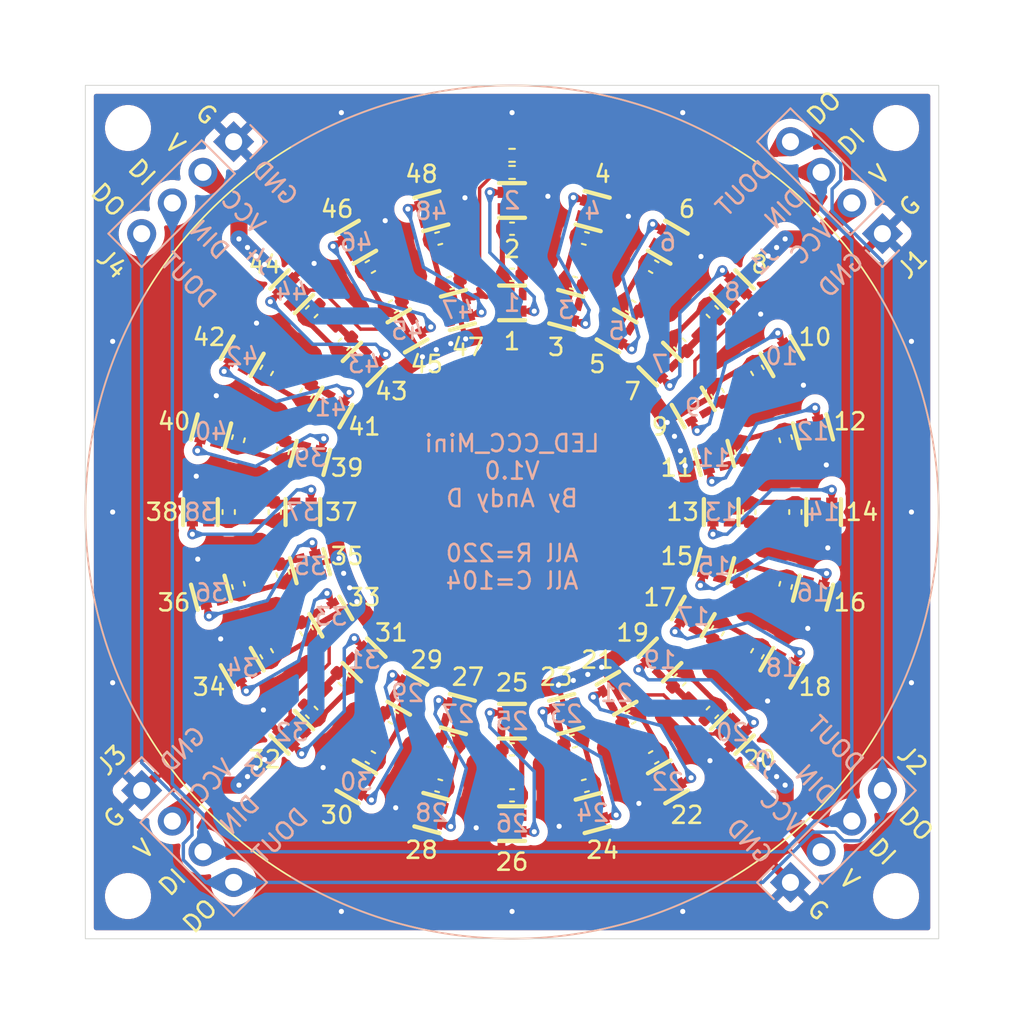
<source format=kicad_pcb>
(kicad_pcb (version 20241229) (generator "pcbnew") (generator_version "9.0")
  (layers (0 "F.Cu" signal) (2 "B.Cu" signal) (13 "F.Paste" user) (15 "B.Paste" user) (5 "F.SilkS" user "F.Silkscreen") (7 "B.SilkS" user "B.Silkscreen") (1 "F.Mask" user) (3 "B.Mask" user) (25 "Edge.Cuts" user))
  (net 0 "")
  (net 1 "/VDD")
  (net 2 "/GND")
  (net 3 "/DI")
  (net 4 "/LEDSpoke1/DI")
  (net 5 "/LEDSpoke24/DO")
  (net 6 "/LEDSpoke23/DO")
  (net 7 "/LEDSpoke22/DO")
  (net 8 "/LEDSpoke20/DO")
  (net 9 "/LEDSpoke19/DO")
  (net 10 "/LEDSpoke18/DO")
  (net 11 "/LEDSpoke17/DO")
  (net 12 "/LEDSpoke16/DO")
  (net 13 "/LEDSpoke15/DO")
  (net 14 "Net-(LED43-DO)")
  (net 15 "/LEDSpoke14/DO")
  (net 16 "/LEDSpoke13/DO")
  (net 17 "/LEDSpoke12/DO")
  (net 18 "/LEDSpoke11/DO")
  (net 19 "/LEDSpoke10/DO")
  (net 20 "/LEDSpoke10/DI")
  (net 21 "/LEDSpoke8/DO")
  (net 22 "/LEDSpoke7/DO")
  (net 23 "/LEDSpoke6/DO")
  (net 24 "/LEDSpoke5/DO")
  (net 25 "/LEDSpoke4/DO")
  (net 26 "/LEDSpoke3/DO")
  (net 27 "/LEDSpoke2/DO")
  (net 28 "/LEDSpoke1/DO")
  (net 29 "Net-(LED3-DO)")
  (net 30 "Net-(LED10-DI)")
  (net 31 "Net-(LED15-DO)")
  (net 32 "Net-(LED21-DO)")
  (net 33 "Net-(LED27-DO)")
  (net 34 "Net-(LED33-DO)")
  (net 35 "Net-(LED39-DO)")
  (net 36 "Net-(LED45-DO)")
  (net 37 "/DO")
  (net 38 "/LEDSpoke21/DO")
  (net 39 "Net-(LED1-DO)")
  (net 40 "Net-(LED5-DO)")
  (net 41 "Net-(LED7-DO)")
  (net 42 "Net-(LED11-DO)")
  (net 43 "Net-(LED13-DO)")
  (net 44 "Net-(LED17-DO)")
  (net 45 "Net-(LED19-DO)")
  (net 46 "Net-(LED23-DO)")
  (net 47 "Net-(LED25-DO)")
  (net 48 "Net-(LED29-DO)")
  (net 49 "Net-(LED31-DO)")
  (net 50 "Net-(LED35-DO)")
  (net 51 "Net-(LED37-DO)")
  (net 52 "Net-(LED41-DO)")
  (net 53 "Net-(LED47-DO)")
  (footprint "Project_Library:LED-SMD_4P-L1.6-W1.5_XL-1615RGBC-WS2812B-S" (layer "F.Cu") (at 123.875 110.608811 -30)
    (property "Reference" "LED29" (hide yes))
    (property "Value" "XL-1615RGBC-WS2812B-S")
  )
  (footprint "Capacitor_SMD:C_0402_1005Metric_Pad0.74x0.62mm_HandSolder" (layer "F.Cu") (at 123.05 112.037753 150)
    (property "Reference" "C29" (hide yes))
    (property "Value" "100nF")
  )
  (footprint "Capacitor_SMD:C_0402_1005Metric_Pad0.74x0.62mm_HandSolder" (layer "F.Cu") (at 146.034369 104.296396 -105)
    (property "Reference" "C16" (hide yes))
    (property "Value" "100nF")
  )
  (footprint "Capacitor_SMD:C_0402_1005Metric_Pad0.74x0.62mm_HandSolder" (layer "F.Cu") (at 117.962247 93.05 60)
    (property "Reference" "C41" (hide yes))
    (property "Value" "100nF")
  )
  (footprint "Project_Library:LED-SMD_4P-L1.6-W1.5_XL-1615RGBC-WS2812B-S" (layer "F.Cu") (at 130 81.75 180)
    (property "Reference" "LED2" (hide yes))
    (property "Value" "XL-1615RGBC-WS2812B-S")
  )
  (footprint "Capacitor_SMD:C_0402_1005Metric_Pad0.74x0.62mm_HandSolder" (layer "F.Cu") (at 143.9 100 -90)
    (property "Reference" "C13" (hide yes))
    (property "Value" "100nF")
  )
  (footprint "Capacitor_SMD:C_0402_1005Metric_Pad0.74x0.62mm_HandSolder" (layer "F.Cu") (at 138.3 114.376022 -150)
    (property "Reference" "C22" (hide yes))
    (property "Value" "100nF")
  )
  (footprint "Capacitor_SMD:C_0402_1005Metric_Pad0.74x0.62mm_HandSolder" (layer "F.Cu") (at 120.171216 90.171216 45)
    (property "Reference" "C43" (hide yes))
    (property "Value" "100nF")
  )
  (footprint "Project_Library:LED-SMD_4P-L1.6-W1.5_XL-1615RGBC-WS2812B-S" (layer "F.Cu") (at 148.25 100 90)
    (property "Reference" "LED14" (hide yes))
    (property "Value" "XL-1615RGBC-WS2812B-S")
  )
  (footprint "Project_Library:LED-SMD_4P-L1.6-W1.5_XL-1615RGBC-WS2812B-S" (layer "F.Cu") (at 117.095301 112.904699 -45)
    (property "Reference" "LED32" (hide yes))
    (property "Value" "XL-1615RGBC-WS2812B-S")
  )
  (footprint "Resistor_SMD:R_0402_1005Metric_Pad0.72x0.64mm_HandSolder" (layer "F.Cu") (at 130 80.1 180)
    (property "Reference" "R1" (hide yes))
    (property "Value" "220")
  )
  (footprint "Capacitor_SMD:C_0402_1005Metric_Pad0.74x0.62mm_HandSolder" (layer "F.Cu") (at 113.965631 104.296396 105)
    (property "Reference" "C36" (hide yes))
    (property "Value" "100nF")
  )
  (footprint "Project_Library:LED-SMD_4P-L1.6-W1.5_XL-1615RGBC-WS2812B-S" (layer "F.Cu") (at 119.391189 93.875 -120)
    (property "Reference" "LED41" (hide yes))
    (property "Value" "XL-1615RGBC-WS2812B-S")
  )
  (footprint "Project_Library:LED-SMD_4P-L1.6-W1.5_XL-1615RGBC-WS2812B-S" (layer "F.Cu") (at 120.875 115.804963 -30)
    (property "Reference" "LED30" (hide yes))
    (property "Value" "XL-1615RGBC-WS2812B-S")
  )
  (footprint "Project_Library:LED-SMD_4P-L1.6-W1.5_XL-1615RGBC-WS2812B-S" (layer "F.Cu") (at 139.125 115.804964 30)
    (property "Reference" "LED22" (hide yes))
    (property "Value" "XL-1615RGBC-WS2812B-S")
  )
  (footprint "MountingHole:MountingHole_2.2mm_M2" (layer "F.Cu") (at 152.5 77.5)
    (property "Reference" "H1" (hide yes))
    (property "Value" "MountingHole")
  )
  (footprint "Capacitor_SMD:C_0402_1005Metric_Pad0.74x0.62mm_HandSolder" (layer "F.Cu") (at 134.296396 116.034369 -165)
    (property "Reference" "C24" (hide yes))
    (property "Value" "100nF")
  )
  (footprint "Project_Library:LED-SMD_4P-L1.6-W1.5_XL-1615RGBC-WS2812B-S" (layer "F.Cu") (at 111.75 100 -90)
    (property "Reference" "LED38" (hide yes))
    (property "Value" "XL-1615RGBC-WS2812B-S")
  )
  (footprint "Capacitor_SMD:C_0402_1005Metric_Pad0.74x0.62mm_HandSolder" (layer "F.Cu") (at 130 86.1)
    (property "Reference" "C1" (hide yes))
    (property "Value" "100nF")
  )
  (footprint "Capacitor_SMD:C_0402_1005Metric_Pad0.74x0.62mm_HandSolder" (layer "F.Cu") (at 134.296396 83.965631 -15)
    (property "Reference" "C4" (hide yes))
    (property "Value" "100nF")
  )
  (footprint "MountingHole:MountingHole_2.2mm_M2" (layer "F.Cu") (at 107.5 122.5)
    (property "Reference" "H2" (hide yes))
    (property "Value" "MountingHole" (hide yes))
  )
  (footprint "Project_Library:LED-SMD_4P-L1.6-W1.5_XL-1615RGBC-WS2812B-S" (layer "F.Cu") (at 142.904699 112.904699 45)
    (property "Reference" "LED20" (hide yes))
    (property "Value" "XL-1615RGBC-WS2812B-S")
  )
  (footprint "Project_Library:LED-SMD_4P-L1.6-W1.5_XL-1615RGBC-WS2812B-S" (layer "F.Cu") (at 119.391189 106.125 -60)
    (property "Reference" "LED33" (hide yes))
    (property "Value" "XL-1615RGBC-WS2812B-S")
  )
  (footprint "Project_Library:LED-SMD_4P-L1.6-W1.5_XL-1615RGBC-WS2812B-S" (layer "F.Cu") (at 117.095301 87.095301 -135)
    (property "Reference" "LED44" (hide yes))
    (property "Value" "XL-1615RGBC-WS2812B-S")
  )
  (footprint "Capacitor_SMD:C_0402_1005Metric_Pad0.74x0.62mm_HandSolder" (layer "F.Cu") (at 143.426369 96.402415 -75)
    (property "Reference" "C11" (hide yes))
    (property "Value" "100nF")
  )
  (footprint "Project_Library:LED-SMD_4P-L1.6-W1.5_XL-1615RGBC-WS2812B-S" (layer "F.Cu") (at 138.662058 108.662058 45)
    (property "Reference" "LED19" (hide yes))
    (property "Value" "XL-1615RGBC-WS2812B-S")
  )
  (footprint "Capacitor_SMD:C_0402_1005Metric_Pad0.74x0.62mm_HandSolder" (layer "F.Cu") (at 116.1 100 90)
    (property "Reference" "C37" (hide yes))
    (property "Value" "100nF")
  )
  (footprint "Capacitor_SMD:C_0402_1005Metric_Pad0.74x0.62mm_HandSolder" (layer "F.Cu") (at 121.7 114.376022 150)
    (property "Reference" "C30" (hide yes))
    (property "Value" "100nF")
  )
  (footprint "Project_Library:LED-SMD_4P-L1.6-W1.5_XL-1615RGBC-WS2812B-S" (layer "F.Cu") (at 133.170533 88.167409 165)
    (property "Reference" "LED3" (hide yes))
    (property "Value" "XL-1615RGBC-WS2812B-S")
  )
  (footprint "Project_Library:LED-SMD_4P-L1.6-W1.5_XL-1615RGBC-WS2812B-S" (layer "F.Cu") (at 133.170533 111.832591 15)
    (property "Reference" "LED23" (hide yes))
    (property "Value" "XL-1615RGBC-WS2812B-S")
  )
  (footprint "Project_Library:LED-SMD_4P-L1.6-W1.5_XL-1615RGBC-WS2812B-S" (layer "F.Cu") (at 114.195037 90.875 -120)
    (property "Reference" "LED42" (hide yes))
    (property "Value" "XL-1615RGBC-WS2812B-S")
  )
  (footprint "Project_Library:LED-SMD_4P-L1.6-W1.5_XL-1615RGBC-WS2812B-S" (layer "F.Cu") (at 125.276552 117.628146 -15)
    (property "Reference" "LED28" (hide yes))
    (property "Value" "XL-1615RGBC-WS2812B-S")
  )
  (footprint "Capacitor_SMD:C_0402_1005Metric_Pad0.74x0.62mm_HandSolder" (layer "F.Cu") (at 125.703604 116.034369 165)
    (property "Reference" "C28" (hide yes))
    (property "Value" "100nF")
  )
  (footprint "Project_Library:LED-SMD_4P-L1.6-W1.5_XL-1615RGBC-WS2812B-S" (layer "F.Cu") (at 140.608811 93.875 120)
    (property "Reference" "LED9" (hide yes))
    (property "Value" "XL-1615RGBC-WS2812B-S")
  )
  (footprint "Capacitor_SMD:C_0402_1005Metric_Pad0.74x0.62mm_HandSolder" (layer "F.Cu") (at 146.034369 95.703604 -75)
    (property "Reference" "C12" (hide yes))
    (property "Value" "100nF")
  )
  (footprint "Project_Library:LED-SMD_4P-L1.6-W1.5_XL-1615RGBC-WS2812B-S" (layer "F.Cu") (at 147.628147 95.276553 105)
    (property "Reference" "LED12" (hide yes))
    (property "Value" "XL-1615RGBC-WS2812B-S")
  )
  (footprint "Project_Library:LED-SMD_4P-L1.6-W1.5_XL-1615RGBC-WS2812B-S" (layer "F.Cu") (at 125.276553 82.371853 -165)
    (property "Reference" "LED48" (hide yes))
    (property "Value" "XL-1615RGBC-WS2812B-S")
  )
  (footprint "Project_Library:LED-SMD_4P-L1.6-W1.5_XL-1615RGBC-WS2812B-S" (layer "F.Cu") (at 126.829467 111.832591 -15)
    (property "Reference" "LED27" (hide yes))
    (property "Value" "XL-1615RGBC-WS2812B-S")
  )
  (footprint "Capacitor_SMD:C_0402_1005Metric_Pad0.74x0.62mm_HandSolder" (layer "F.Cu") (at 139.828784 109.828784 -135)
    (property "Reference" "C19" (hide yes))
    (property "Value" "100nF")
  )
  (footprint "Capacitor_SMD:C_0402_1005Metric_Pad0.74x0.62mm_HandSolder" (layer "F.Cu") (at 118.262027 111.737973 135)
    (property "Reference" "C32" (hide yes))
    (property "Value" "100nF")
  )
  (footprint "Capacitor_SMD:C_0402_1005Metric_Pad0.74x0.62mm_HandSolder" (layer "F.Cu") (at 125.703604 83.965631 15)
    (property "Reference" "C48" (hide yes))
    (property "Value" "100nF")
  )
  (footprint "Capacitor_SMD:C_0402_1005Metric_Pad0.74x0.62mm_HandSolder" (layer "F.Cu") (at 130 113.9 180)
    (property "Reference" "C25" (hide yes))
    (property "Value" "100nF")
  )
  (footprint "Capacitor_SMD:C_0402_1005Metric_Pad0.74x0.62mm_HandSolder" (layer "F.Cu") (at 126.402415 113.426369 165)
    (property "Reference" "C27" (hide yes))
    (property "Value" "100nF")
  )
  (footprint "Project_Library:LED-SMD_4P-L1.6-W1.5_XL-1615RGBC-WS2812B-S" (layer "F.Cu") (at 130 118.25)
    (property "Reference" "LED26" (hide yes))
    (property "Value" "XL-1615RGBC-WS2812B-S")
  )
  (footprint "Project_Library:LED-SMD_4P-L1.6-W1.5_XL-1615RGBC-WS2812B-S" (layer "F.Cu") (at 140.608811 106.125 60)
    (property "Reference" "LED17" (hide yes))
    (property "Value" "XL-1615RGBC-WS2812B-S")
  )
  (footprint "Capacitor_SMD:C_0402_1005Metric_Pad0.74x0.62mm_HandSolder" (layer "F.Cu") (at 115.623978 91.7 60)
    (property "Reference" "C42" (hide yes))
    (property "Value" "100nF")
  )
  (footprint "Capacitor_SMD:C_0402_1005Metric_Pad0.74x0.62mm_HandSolder" (layer "F.Cu") (at 142.037753 93.05 -60)
    (property "Reference" "C9" (hide yes))
    (property "Value" "100nF")
  )
  (footprint "Project_Library:LED-SMD_4P-L1.6-W1.5_XL-1615RGBC-WS2812B-S" (layer "F.Cu") (at 117.75 100 -90)
    (property "Reference" "LED37" (hide yes))
    (property "Value" "XL-1615RGBC-WS2812B-S")
  )
  (footprint "Project_Library:LED-SMD_4P-L1.6-W1.5_XL-1615RGBC-WS2812B-S" (layer "F.Cu") (at 121.337942 108.662058 -45)
    (property "Reference" "LED31" (hide yes))
    (property "Value" "XL-1615RGBC-WS2812B-S")
  )
  (footprint "Project_Library:LED-SMD_4P-L1.6-W1.5_XL-1615RGBC-WS2812B-S" (layer "F.Cu") (at 147.628146 104.723448 75)
    (property "Reference" "LED16" (hide yes))
    (property "Value" "XL-1615RGBC-WS2812B-S")
  )
  (footprint "Capacitor_SMD:C_0402_1005Metric_Pad0.74x0.62mm_HandSolder" (layer "F.Cu") (at 136.95 87.962247 -30)
    (property "Reference" "C5" (hide yes))
    (property "Value" "100nF")
  )
  (footprint "Capacitor_SMD:C_0402_1005Metric_Pad0.74x0.62mm_HandSolder" (layer "F.Cu") (at 130 83.4)
    (property "Reference" "C2" (hide yes))
    (property "Value" "100nF")
  )
  (footprint "Project_Library:LED-SMD_4P-L1.6-W1.5_XL-1615RGBC-WS2812B-S" (layer "F.Cu") (at 126.829467 88.167409 -165)
    (property "Reference" "LED47" (hide yes))
    (property "Value" "XL-1615RGBC-WS2812B-S")
  )
  (footprint "MountingHole:MountingHole_2.2mm_M2" (layer "F.Cu") (at 152.5 122.5)
    (property "Reference" "H3" (hide yes))
    (property "Value" "MountingHole")
  )
  (footprint "Project_Library:LED-SMD_4P-L1.6-W1.5_XL-1615RGBC-WS2812B-S" (layer "F.Cu") (at 118.167409 96.829467 -105)
    (property "Reference" "LED39" (hide yes))
    (property "Value" "XL-1615RGBC-WS2812B-S")
  )
  (footprint "Project_Library:LED-SMD_4P-L1.6-W1.5_XL-1615RGBC-WS2812B-S" (layer "F.Cu") (at 141.832591 96.829467 105)
    (property "Reference" "LED11" (hide yes))
    (property "Value" "XL-1615RGBC-WS2812B-S")
  )
  (footprint "Project_Library:LED-SMD_4P-L1.6-W1.5_XL-1615RGBC-WS2812B-S" (layer "F.Cu") (at 136.125 89.391189 150)
    (property "Reference" "LED5" (hide yes))
    (property "Value" "XL-1615RGBC-WS2812B-S")
  )
  (footprint "Capacitor_SMD:C_0402_1005Metric_Pad0.74x0.62mm_HandSolder" (layer "F.Cu") (at 139.828784 90.171216 -45)
    (property "Reference" "C7" (hide yes))
    (property "Value" "100nF")
  )
  (footprint "Capacitor_SMD:C_0402_1005Metric_Pad0.74x0.62mm_HandSolder" (layer "F.Cu") (at 116.573631 103.597585 105)
    (property "Reference" "C35" (hide yes))
    (property "Value" "100nF")
  )
  (footprint "Capacitor_SMD:C_0402_1005Metric_Pad0.74x0.62mm_HandSolder" (layer "F.Cu") (at 143.426369 103.597585 -105)
    (property "Reference" "C15" (hide yes))
    (property "Value" "100nF")
  )
  (footprint "Project_Library:LED-SMD_4P-L1.6-W1.5_XL-1615RGBC-WS2812B-S" (layer "F.Cu") (at 134.723447 117.628147 15)
    (property "Reference" "LED24" (hide yes))
    (property "Value" "XL-1615RGBC-WS2812B-S")
  )
  (footprint "Capacitor_SMD:C_0402_1005Metric_Pad0.74x0.62mm_HandSolder" (layer "F.Cu") (at 116.573631 96.402415 75)
    (property "Reference" "C39" (hide yes))
    (property "Value" "100nF")
  )
  (footprint "Project_Library:LED-SMD_4P-L1.6-W1.5_XL-1615RGBC-WS2812B-S" (layer "F.Cu") (at 120.875 84.195036 -150)
    (property "Reference" "LED46" (hide yes))
    (property "Value" "XL-1615RGBC-WS2812B-S")
  )
  (footprint "Project_Library:LED-SMD_4P-L1.6-W1.5_XL-1615RGBC-WS2812B-S" (layer "F.Cu") (at 139.125 84.195037 150)
    (property "Reference" "LED6" (hide yes))
    (property "Value" "XL-1615RGBC-WS2812B-S")
  )
  (footprint "Project_Library:LED-SMD_4P-L1.6-W1.5_XL-1615RGBC-WS2812B-S" (layer "F.Cu") (at 112.371854 95.276552 -105)
    (property "Reference" "LED40" (hide yes))
    (property "Value" "XL-1615RGBC-WS2812B-S")
  )
  (footprint "Project_Library:LED-SMD_4P-L1.6-W1.5_XL-1615RGBC-WS2812B-S" (layer "F.Cu") (at 123.875 89.391189 -150)
    (property "Reference" "LED45" (hide yes))
    (property "Value" "XL-1615RGBC-WS2812B-S")
  )
  (footprint "Capacitor_SMD:C_0402_1005Metric_Pad0.74x0.62mm_HandSolder" (layer "F.Cu") (at 130 116.6 180)
    (property "Reference" "C26" (hide yes))
    (property "Value" "100nF")
  )
  (footprint "Project_Library:LED-SMD_4P-L1.6-W1.5_XL-1615RGBC-WS2812B-S" (layer "F.Cu") (at 121.337942 91.337942 -135)
    (property "Reference" "LED43" (hide yes))
    (property "Value" "XL-1615RGBC-WS2812B-S")
  )
  (footprint "Capacitor_SMD:C_0402_1005Metric_Pad0.74x0.62mm_HandSolder" (layer "F.Cu") (at 120.171216 109.828784 135)
    (property "Reference" "C31" (hide yes))
    (property "Value" "100nF")
  )
  (footprint "Capacitor_SMD:C_0402_1005Metric_Pad0.74x0.62mm_HandSolder" (layer "F.Cu") (at 141.737973 111.737973 -135)
    (property "Reference" "C20" (hide yes))
    (property "Value" "100nF")
  )
  (footprint "Capacitor_SMD:C_0402_1005Metric_Pad0.74x0.62mm_HandSolder" (layer "F.Cu") (at 144.376022 108.3 -120)
    (property "Reference" "C18" (hide yes))
    (property "Value" "100nF")
  )
  (footprint "Capacitor_SMD:C_0402_1005Metric_Pad0.74x0.62mm_HandSolder" (layer "F.Cu") (at 126.402415 86.573631 15)
    (property "Reference" "C47" (hide yes))
    (property "Value" "100nF")
  )
  (footprint "Project_Library:LED-SMD_4P-L1.6-W1.5_XL-1615RGBC-WS2812B-S" (layer "F.Cu") (at 145.804964 90.875 120)
    (property "Reference" "LED10" (hide yes))
    (property "Value" "XL-1615RGBC-WS2812B-S")
  )
  (footprint "Project_Library:LED-SMD_4P-L1.6-W1.5_XL-1615RGBC-WS2812B-S" (layer "F.Cu") (at 112.371853 104.723447 -75)
    (property "Reference" "LED36" (hide yes))
    (property "Value" "XL-1615RGBC-WS2812B-S")
  )
  (footprint "Project_Library:LED-SMD_4P-L1.6-W1.5_XL-1615RGBC-WS2812B-S" (layer "F.Cu") (at 141.832591 103.170533 75)
    (property "Reference" "LED15" (hide yes))
    (property "Value" "XL-1615RGBC-WS2812B-S")
  )
  (footprint "Capacitor_SMD:C_0402_1005Metric_Pad0.74x0.62mm_HandSolder" (layer "F.Cu") (at 136.95 112.037753 -150)
    (property "Reference" "C21" (hide yes))
    (property "Value" "100nF")
  )
  (footprint "Resistor_SMD:R_0402_1005Metric_Pad0.72x0.64mm_HandSolder" (layer "F.Cu") (at 130 79.1)
    (property "Reference" "R2" (hide yes))
    (property "Value" "220")
  )
  (footprint "Capacitor_SMD:C_0402_1005Metric_Pad0.74x0.62mm_HandSolder" (layer "F.Cu") (at 133.597585 86.573631 -15)
    (property "Reference" "C3" (hide yes))
    (property "Value" "100nF")
  )
  (footprint "Project_Library:LED-SMD_4P-L1.6-W1.5_XL-1615RGBC-WS2812B-S" (layer "F.Cu") (at 118.167409 103.170533 -75)
    (property "Reference" "LED35" (hide yes))
    (property "Value" "XL-1615RGBC-WS2812B-S")
  )
  (footprint "Capacitor_SMD:C_0402_1005Metric_Pad0.74x0.62mm_HandSolder" (layer "F.Cu") (at 117.962247 106.95 120)
    (property "Reference" "C33" (hide yes))
    (property "Value" "100nF")
  )
  (footprint "Project_Library:LED-SMD_4P-L1.6-W1.5_XL-1615RGBC-WS2812B-S" (layer "F.Cu") (at 142.25 100 90)
    (property "Reference" "LED13" (hide yes))
    (property "Value" "XL-1615RGBC-WS2812B-S")
  )
  (footprint "Capacitor_SMD:C_0402_1005Metric_Pad0.74x0.62mm_HandSolder" (layer "F.Cu") (at 133.597585 113.426369 -165)
    (property "Reference" "C23" (hide yes))
    (property "Value" "100nF")
  )
  (footprint "Project_Library:LED-SMD_4P-L1.6-W1.5_XL-1615RGBC-WS2812B-S" (layer "F.Cu") (at 145.804963 109.125 60)
    (property "Reference" "LED18" (hide yes))
    (property "Value" "XL-1615RGBC-WS2812B-S")
  )
  (footprint "Capacitor_SMD:C_0402_1005Metric_Pad0.74x0.62mm_HandSolder" (layer "F.Cu") (at 138.3 85.623978 -30)
    (property "Reference" "C6" (hide yes))
    (property "Value" "100nF")
  )
  (footprint "Capacitor_SMD:C_0402_1005Metric_Pad0.74x0.62mm_HandSolder" (layer "F.Cu") (at 113.4 100 90)
    (property "Reference" "C38" (hide yes))
    (property "Value" "100nF")
  )
  (footprint "Project_Library:LED-SMD_4P-L1.6-W1.5_XL-1615RGBC-WS2812B-S" (layer "F.Cu") (at 138.662058 91.337942 135)
    (property "Reference" "LED7" (hide yes))
    (property "Value" "XL-1615RGBC-WS2812B-S")
  )
  (footprint "Capacitor_SMD:C_0402_1005Metric_Pad0.74x0.62mm_HandSolder" (layer "F.Cu") (at 144.376022 91.7 -60)
    (property "Reference" "C10" (hide yes))
    (property "Value" "100nF")
  )
  (footprint "Capacitor_SMD:C_0402_1005Metric_Pad0.74x0.62mm_HandSolder" (layer "F.Cu") (at 123.05 87.962247 30)
    (property "Reference" "C45" (hide yes))
    (property "Value" "100nF")
  )
  (footprint "Capacitor_SMD:C_0402_1005Metric_Pad0.74x0.62mm_HandSolder" (layer "F.Cu") (at 142.037753 106.95 -120)
    (property "Reference" "C17" (hide yes))
    (property "Value" "100nF")
  )
  (footprint "Capacitor_SMD:C_0402_1005Metric_Pad0.74x0.62mm_HandSolder" (layer "F.Cu") (at 146.6 100 -90)
    (property "Reference" "C14" (hide yes))
    (property "Value" "100nF")
  )
  (footprint "Project_Library:LED-SMD_4P-L1.6-W1.5_XL-1615RGBC-WS2812B-S" (layer "F.Cu") (at 130 87.75 180)
    (property "Reference" "LED1" (hide yes))
    (property "Value" "XL-1615RGBC-WS2812B-S")
  )
  (footprint "Project_Library:LED-SMD_4P-L1.6-W1.5_XL-1615RGBC-WS2812B-S" (layer "F.Cu") (at 136.125 110.608811 30)
    (property "Reference" "LED21" (hide yes))
    (property "Value" "XL-1615RGBC-WS2812B-S")
  )
  (footprint "Capacitor_SMD:C_0402_1005Metric_Pad0.74x0.62mm_HandSolder" (layer "F.Cu") (at 141.737973 88.262027 -45)
    (property "Reference" "C8" (hide yes))
    (property "Value" "100nF")
  )
  (footprint "Project_Library:LED-SMD_4P-L1.6-W1.5_XL-1615RGBC-WS2812B-S" (layer "F.Cu") (at 134.723448 82.371854 165)
    (property "Reference" "LED4" (hide yes))
    (property "Value" "XL-1615RGBC-WS2812B-S")
  )
  (footprint "Project_Library:LED-SMD_4P-L1.6-W1.5_XL-1615RGBC-WS2812B-S" (layer "F.Cu") (at 114.195036 109.125 -60)
    (property "Reference" "LED34" (hide yes))
    (property "Value" "XL-1615RGBC-WS2812B-S")
  )
  (footprint "Capacitor_SMD:C_0402_1005Metric_Pad0.74x0.62mm_HandSolder" (layer "F.Cu") (at 115.623978 108.3 120)
    (property "Reference" "C34" (hide yes))
    (property "Value" "100nF")
  )
  (footprint "MountingHole:MountingHole_2.2mm_M2" (layer "F.Cu") (at 107.5 77.5)
    (property "Reference" "H4" (hide yes))
    (property "Value" "MountingHole")
  )
  (footprint "Capacitor_SMD:C_0402_1005Metric_Pad0.74x0.62mm_HandSolder" (layer "F.Cu") (at 121.7 85.623978 30)
    (property "Reference" "C46" (hide yes))
    (property "Value" "100nF")
  )
  (footprint "Capacitor_SMD:C_0402_1005Metric_Pad0.74x0.62mm_HandSolder" (layer "F.Cu") (at 118.262027 88.262027 45)
    (property "Reference" "C44" (hide yes))
    (property "Value" "100nF")
  )
  (footprint "Capacitor_SMD:C_0402_1005Metric_Pad0.74x0.62mm_HandSolder" (layer "F.Cu") (at 113.965631 95.703604 75)
    (property "Reference" "C40" (hide yes))
    (property "Value" "100nF")
  )
  (footprint "Project_Library:LED-SMD_4P-L1.6-W1.5_XL-1615RGBC-WS2812B-S" (layer "F.Cu") (at 130 112.25)
    (property "Reference" "LED25" (hide yes))
    (property "Value" "XL-1615RGBC-WS2812B-S")
  )
  (footprint "Project_Library:LED-SMD_4P-L1.6-W1.5_XL-1615RGBC-WS2812B-S" (layer "F.Cu") (at 142.904699 87.095301 135)
    (property "Reference" "LED8" (hide yes))
    (property "Value" "XL-1615RGBC-WS2812B-S")
  )
  (footprint "Project_Library:PinHeader_1x04_P2.54mm_Vertical" (layer "B.Cu") (at 149 119 -45)
    (property "Reference" "J2")
    (property "Value" "Conn_01x04" (hide yes))
  )
  (footprint "Project_Library:PinHeader_1x04_P2.54mm_Vertical" (layer "B.Cu") (at 111 81 135)
    (property "Reference" "J4")
    (property "Value" "Conn_01x04" (hide yes))
  )
  (footprint "Project_Library:PinHeader_1x04_P2.54mm_Vertical" (layer "B.Cu") (at 111 119 -135)
    (property "Reference" "J3")
    (property "Value" "Conn_01x04" (hide yes))
  )
  (footprint "Project_Library:PinHeader_1x04_P2.54mm_Vertical" (layer "B.Cu") (at 149 81 45)
    (property "Reference" "J1")
    (property "Value" "Conn_01x04" (hide yes))
  )
  (gr_circle (center 130 100) (end 155 100) (stroke (width 0.1)) (fill no) (layer "F.SilkS"))
  (gr_arc (start 108.6 112.92) (mid 105 100) (end 108.6 87.08) (stroke (width 0.1)) (layer "B.SilkS"))
  (gr_arc (start 142.92 121.4) (mid 130 125) (end 117.08 121.4) (stroke (width 0.1)) (layer "B.SilkS"))
  (gr_arc (start 151.4 87.08) (mid 155 100) (end 151.4 112.92) (stroke (width 0.1)) (layer "B.SilkS"))
  (gr_arc (start 117.08 78.6) (mid 130 75) (end 142.92 78.6) (stroke (width 0.1)) (layer "B.SilkS"))
  (gr_poly (pts (xy 104.999999 75) (xy 155 74.999999) (xy 155.000001 125) (xy 105 125.000001)) (stroke (width 0.05)) (fill no) (layer "Edge.Cuts"))
  (gr_text "45" (at 125 91.339746 0) (layer "F.SilkS") (effects (font (size 1 1))))
  (gr_text "8" (at 144.495689 85.504311 0) (layer "F.SilkS") (effects (font (size 1 1))))
  (gr_text "47" (at 127.41181 90.340742 0) (layer "F.SilkS") (effects (font (size 1 1))))
  (gr_text "1" (at 130 90 0) (layer "F.SilkS") (effects (font (size 1 1))))
  (gr_text "21" (at 135 108.660254 0) (layer "F.SilkS") (effects (font (size 1 1))))
  (gr_text "30" (at 119.75 117.753521 0) (layer "F.SilkS") (effects (font (size 1 1))))
  (gr_text "42" (at 112.246479 89.75 0) (layer "F.SilkS") (effects (font (size 1 1))))
  (gr_text "29" (at 125 108.660254 0) (layer "F.SilkS") (effects (font (size 1 1))))
  (gr_text "6" (at 140.25 82.246479 0) (layer "F.SilkS") (effects (font (size 1 1))))
  (gr_text "10" (at 147.753521 89.75 0) (layer "F.SilkS") (effects (font (size 1 1))))
  (gr_text "12" (at 149.801479 94.69421 0) (layer "F.SilkS") (effects (font (size 1 1))))
  (gr_text "19" (at 137.071068 107.071068 0) (layer "F.SilkS") (effects (font (size 1 1))))
  (gr_text "44" (at 115.504311 85.504311 0) (layer "F.SilkS") (effects (font (size 1 1))))
  (gr_text "28" (at 124.69421 119.801479 0) (layer "F.SilkS") (effects (font (size 1 1))))
  (gr_text "11" (at 139.659258 97.41181 0) (layer "F.SilkS") (effects (font (size 1 1))))
  (gr_text "18" (at 147.753521 110.25 0) (layer "F.SilkS") (effects (font (size 1 1))))
  (gr_text "15" (at 139.659258 102.58819 0) (layer "F.SilkS") (effects (font (size 1 1))))
  (gr_text "32" (at 115.504311 114.495689 0) (layer "F.SilkS") (effects (font (size 1 1))))
  (gr_text "20" (at 144.495689 114.495689 0) (layer "F.SilkS") (effects (font (size 1 1))))
  (gr_text "26" (at 130 120.5 0) (layer "F.SilkS") (effects (font (size 1 1))))
  (gr_text "48" (at 124.69421 80.198521 0) (layer "F.SilkS") (effects (font (size 1 1))))
  (gr_text "2" (at 130 84.6 0) (layer "F.SilkS") (effects (font (size 1 1))))
  (gr_text "13" (at 140 100 0) (layer "F.SilkS") (effects (font (size 1 1))))
  (gr_text "27" (at 127.41181 109.659258 0) (layer "F.SilkS") (effects (font (size 1 1))))
  (gr_text "25" (at 130 110 0) (layer "F.SilkS") (effects (font (size 1 1))))
  (gr_text "22" (at 140.25 117.753521 0) (layer "F.SilkS") (effects (font (size 1 1))))
  (gr_text "39" (at 120.340742 97.41181 0) (layer "F.SilkS") (effects (font (size 1 1))))
  (gr_text "9" (at 138.660254 95 0) (layer "F.SilkS") (effects (font (size 1 1))))
  (gr_text "17" (at 138.660254 105 0) (layer "F.SilkS") (effects (font (size 1 1))))
  (gr_text "38" (at 109.5 100 0) (layer "F.SilkS") (effects (font (size 1 1))))
  (gr_text "3" (at 132.58819 90.340742 0) (layer "F.SilkS") (effects (font (size 1 1))))
  (gr_text "14" (at 150.5 100 0) (layer "F.SilkS") (effects (font (size 1 1))))
  (gr_text "37" (at 120 100 0) (layer "F.SilkS") (effects (font (size 1 1))))
  (gr_text "24" (at 135.30579 119.801479 0) (layer "F.SilkS") (effects (font (size 1 1))))
  (gr_text "35" (at 120.340742 102.58819 0) (layer "F.SilkS") (effects (font (size 1 1))))
  (gr_text "46" (at 119.75 82.246479 0) (layer "F.SilkS") (effects (font (size 1 1))))
  (gr_text "34" (at 112.246479 110.25 0) (layer "F.SilkS") (effects (font (size 1 1))))
  (gr_text "43" (at 122.928932 92.928932 0) (layer "F.SilkS") (effects (font (size 1 1))))
  (gr_text "23" (at 132.58819 109.659258 0) (layer "F.SilkS") (effects (font (size 1 1))))
  (gr_text "31" (at 122.928932 107.071068 0) (layer "F.SilkS") (effects (font (size 1 1))))
  (gr_text "40" (at 110.198521 94.69421 0) (layer "F.SilkS") (effects (font (size 1 1))))
  (gr_text "4" (at 135.30579 80.198521 0) (layer "F.SilkS") (effects (font (size 1 1))))
  (gr_text "16" (at 149.801479 105.30579 0) (layer "F.SilkS") (effects (font (size 1 1))))
  (gr_text "41" (at 121.339746 95 0) (layer "F.SilkS") (effects (font (size 1 1))))
  (gr_text "5" (at 135 91.339746 0) (layer "F.SilkS") (effects (font (size 1 1))))
  (gr_text "33" (at 121.339746 105 0) (layer "F.SilkS") (effects (font (size 1 1))))
  (gr_text "7" (at 137.071068 92.928932 0) (layer "F.SilkS") (effects (font (size 1 1))))
  (gr_text "36" (at 110.198521 105.30579 0) (layer "F.SilkS") (effects (font (size 1 1))))
  (gr_text "43" (at 121.337942 91.337942 0) (layer "B.SilkS") (effects (font (size 1 1)) (justify mirror)))
  (gr_text "34" (at 114.195036 109.125 0) (layer "B.SilkS") (effects (font (size 1 1)) (justify mirror)))
  (gr_text "11" (at 141.832591 96.829467 0) (layer "B.SilkS") (effects (font (size 1 1)) (justify mirror)))
  (gr_text "38" (at 111.75 100 0) (layer "B.SilkS") (effects (font (size 1 1)) (justify mirror)))
  (gr_text "40" (at 112.371854 95.276552 0) (layer "B.SilkS") (effects (font (size 1 1)) (justify mirror)))
  (gr_text "21" (at 136.125 110.608811 0) (layer "B.SilkS") (effects (font (size 1 1)) (justify mirror)))
  (gr_text "20" (at 142.904699 112.904699 0) (layer "B.SilkS") (effects (font (size 1 1)) (justify mirror)))
  (gr_text "LED_CCC_Mini\nV1.0\nBy Andy D\n\nAll R=220\nAll C=104" (at 130 100 0) (layer "B.SilkS") (effects (font (size 1 1)) (justify mirror)))
  (gr_text "22" (at 139.125 115.804964 0) (layer "B.SilkS") (effects (font (size 1 1)) (justify mirror)))
  (gr_text "16" (at 147.628146 104.723448 0) (layer "B.SilkS") (effects (font (size 1 1)) (justify mirror)))
  (gr_text "9" (at 140.608811 93.875 0) (layer "B.SilkS") (effects (font (size 1 1)) (justify mirror)))
  (gr_text "10" (at 145.804964 90.875 0) (layer "B.SilkS") (effects (font (size 1 1)) (justify mirror)))
  (gr_text "28" (at 125.276552 117.628146 0) (layer "B.SilkS") (effects (font (size 1 1)) (justify mirror)))
  (gr_text "8" (at 142.904699 87.095301 0) (layer "B.SilkS") (effects (font (size 1 1)) (justify mirror)))
  (gr_text "31" (at 121.337942 108.662058 0) (layer "B.SilkS") (effects (font (size 1 1)) (justify mirror)))
  (gr_text "7" (at 138.662058 91.337942 0) (layer "B.SilkS") (effects (font (size 1 1)) (justify mirror)))
  (gr_text "13" (at 142.25 100 0) (layer "B.SilkS") (effects (font (size 1 1)) (justify mirror)))
  (gr_text "35" (at 118.167409 103.170533 0) (layer "B.SilkS") (effects (font (size 1 1)) (justify mirror)))
  (gr_text "46" (at 120.875 84.195036 0) (layer "B.SilkS") (effects (font (size 1 1)) (justify mirror)))
  (gr_text "23" (at 133.170533 111.832591 0) (layer "B.SilkS") (effects (font (size 1 1)) (justify mirror)))
  (gr_text "18" (at 145.804964 109.125 0) (layer "B.SilkS") (effects (font (size 1 1)) (justify mirror)))
  (gr_text "4" (at 134.723448 82.371854 0) (layer "B.SilkS") (effects (font (size 1 1)) (justify mirror)))
  (gr_text "27" (at 126.829467 111.832591 0) (layer "B.SilkS") (effects (font (size 1 1)) (justify mirror)))
  (gr_text "37" (at 117.75 100 0) (layer "B.SilkS") (effects (font (size 1 1)) (justify mirror)))
  (gr_text "39" (at 118.167409 96.829467 0) (layer "B.SilkS") (effects (font (size 1 1)) (justify mirror)))
  (gr_text "3" (at 133.170533 88.167409 0) (layer "B.SilkS") (effects (font (size 1 1)) (justify mirror)))
  (gr_text "33" (at 119.391189 106.125 0) (layer "B.SilkS") (effects (font (size 1 1)) (justify mirror)))
  (gr_text "26" (at 130 118.25 0) (layer "B.SilkS") (effects (font (size 1 1)) (justify mirror)))
  (gr_text "30" (at 120.875 115.804964 0) (layer "B.SilkS") (effects (font (size 1 1)) (justify mirror)))
  (gr_text "41" (at 119.391189 93.875 0) (layer "B.SilkS") (effects (font (size 1 1)) (justify mirror)))
  (gr_text "6" (at 139.125 84.195036 0) (layer "B.SilkS") (effects (font (size 1 1)) (justify mirror)))
  (gr_text "44" (at 117.095301 87.095301 0) (layer "B.SilkS") (effects (font (size 1 1)) (justify mirror)))
  (gr_text "25" (at 130 112.25 0) (layer "B.SilkS") (effects (font (size 1 1)) (justify mirror)))
  (gr_text "24" (at 134.723448 117.628146 0) (layer "B.SilkS") (effects (font (size 1 1)) (justify mirror)))
  (gr_text "15" (at 141.832591 103.170533 0) (layer "B.SilkS") (effects (font (size 1 1)) (justify mirror)))
  (gr_text "36" (at 112.371854 104.723448 0) (layer "B.SilkS") (effects (font (size 1 1)) (justify mirror)))
  (gr_text "14" (at 148.25 100 0) (layer "B.SilkS") (effects (font (size 1 1)) (justify mirror)))
  (gr_text "12" (at 147.628146 95.276552 0) (layer "B.SilkS") (effects (font (size 1 1)) (justify mirror)))
  (gr_text "1" (at 130 87.75 0) (layer "B.SilkS") (effects (font (size 1 1)) (justify mirror)))
  (gr_text "19" (at 138.662058 108.662058 0) (layer "B.SilkS") (effects (font (size 1 1)) (justify mirror)))
  (gr_text "47" (at 126.829467 88.167409 0) (layer "B.SilkS") (effects (font (size 1 1)) (justify mirror)))
  (gr_text "32" (at 117.095301 112.904699 0) (layer "B.SilkS") (effects (font (size 1 1)) (justify mirror)))
  (gr_text "48" (at 125.276552 82.371854 0) (layer "B.SilkS") (effects (font (size 1 1)) (justify mirror)))
  (gr_text "45" (at 123.875 89.391189 0) (layer "B.SilkS") (effects (font (size 1 1)) (justify mirror)))
  (gr_text "17" (at 140.608811 106.125 0) (layer "B.SilkS") (effects (font (size 1 1)) (justify mirror)))
  (gr_text "2" (at 130 81.75 0) (layer "B.SilkS") (effects (font (size 1 1)) (justify mirror)))
  (gr_text "5" (at 136.125 89.391189 0) (layer "B.SilkS") (effects (font (size 1 1)) (justify mirror)))
  (gr_text "29" (at 123.875 110.608811 0) (layer "B.SilkS") (effects (font (size 1 1)) (justify mirror)))
  (gr_text "42" (at 114.195036 90.875 0) (layer "B.SilkS") (effects (font (size 1 1)) (justify mirror)))
  (segment (start 134.564387 114.841874) (end 134.567449 114.843642) (width 0.2) (layer "F.Cu") (net 1))
  (segment (start 126.54166 87.093299) (end 127.2824 89.857779) (width 0.3) (layer "F.Cu") (net 1))
  (segment (start 141.377348 110.574782) (end 141.377351 110.571245) (width 0.2) (layer "F.Cu") (net 1))
  (segment (start 146.6 99.4325) (end 147.7175 99.4325) (width 0.3) (layer "F.Cu") (net 1))
  (segment (start 137.415922 111.768753) (end 136.681 111.571831) (width 0.3) (layer "F.Cu") (net 1))
  (segment (start 115.158126 104.564387) (end 115.156358 104.567449) (width 0.2) (layer "F.Cu") (net 1))
  (segment (start 145.140463 103.469356) (end 145.138698 103.46629) (width 0.2) (layer "F.Cu") (net 1))
  (segment (start 130.5675 116.6) (end 130.567499 115.5225) (width 0.3) (layer "F.Cu") (net 1))
  (segment (start 139.448361 89.790792) (end 139.448361 90.551639) (width 0.3) (layer "F.Cu") (net 1))
  (segment (start 119.970881 106.169056) (end 120.116881 106.421936) (width 0.3) (layer "F.Cu") (net 1))
  (segment (start 119.58293 106.065105) (end 119.970882 106.169057) (width 0.3) (layer "F.Cu") (net 1))
  (segment (start 118.66331 112.139256) (end 119.425217 111.377347) (width 0.3) (layer "F.Cu") (net 1))
  (segment (start 114.4775 100.5675) (end 114.479999 100.570005) (width 0.2) (layer "F.Cu") (net 1))
  (segment (start 126.495406 87.090681) (end 126.837695 88.368118) (width 0.3) (layer "F.Cu") (net 1))
  (segment (start 126.950578 113.573249) (end 126.531942 115.135635) (width 0.3) (layer "F.Cu") (net 1))
  (segment (start 118.245997 107.441469) (end 116.845203 108.250223) (width 0.3) (layer "F.Cu") (net 1))
  (segment (start 114.859537 96.530644) (end 114.861302 96.53371) (width 0.2) (layer "F.Cu") (net 1))
  (segment (start 133.077304 88.345342) (end 132.729476 88.54616) (width 0.3) (layer "F.Cu") (net 1))
  (segment (start 126.922083 113.565614) (end 126.54166 112.906701) (width 0.3) (layer "F.Cu") (net 1))
  (segment (start 143.362 100) (end 140.5 100) (width 0.3) (layer "F.Cu") (net 1))
  (segment (start 133.748233 83.818751) (end 133.469357 84.859537) (width 0.3) (layer "F.Cu") (net 1))
  (segment (start 126.251767 116.181249) (end 125.962536 117.260671) (width 0.3) (layer "F.Cu") (net 1))
  (segment (start 125.854253 86.720511) (end 126.495406 87.090681) (width 0.3) (layer "F.Cu") (net 1))
  (segment (start 126.922696 111.654658) (end 127.270524 111.45384) (width 0.3) (layer "F.Cu") (net 1))
  (segment (start 141.45384 102.729476) (end 141.529415 102.447426) (width 0.3) (layer "F.Cu") (net 1))
  (segment (start 120.551639 110.209208) (end 120.551639 109.448361) (width 0.3) (layer "F.Cu") (net 1))
  (segment (start 116.638 100) (end 119.5 100) (width 0.3) (layer "F.Cu") (net 1))
  (segment (start 130.5675 115.5225) (end 130.570005 115.520001) (width 0.2) (layer "F.Cu") (net 1))
  (segment (start 117.860744 88.66331) (end 117.070553 87.873118) (width 0.3) (layer "F.Cu") (net 1))
  (segment (start 136.681 88.428169) (end 135.25 90.906734) (width 0.3) (layer "F.Cu") (net 1))
  (segment (start 136.065105 110.41707) (end 136.169057 110.029118) (width 0.3) (layer "F.Cu") (net 1))
  (segment (start 121.20853 85.907729) (end 121.747281 86.840871) (width 0.3) (layer "F.Cu") (net 1))
  (segment (start 118.428169 106.681) (end 120.906734 105.25) (width 0.3) (layer "F.Cu") (net 1))
  (segment (start 141.654658 103.077304) (end 141.45384 102.729476) (width 0.3) (layer "F.Cu") (net 1))
  (segment (start 116.434386 96.922083) (end 117.093299 96.54166) (width 0.3) (layer "F.Cu") (net 1))
  (segment (start 122.558531 88.245997) (end 121.749777 86.845203) (width 0.3) (layer "F.Cu") (net 1))
  (segment (start 114.112511 104.844559) (end 113.033089 105.133789) (width 0.3) (layer "F.Cu") (net 1))
  (segment (start 130.5675 115.5175) (end 130.57 115.52) (width 0.2) (layer "F.Cu") (net 1))
  (segment (start 140.574782 88.622652) (end 140.571245 88.622649) (width 0.2) (layer "F.Cu") (net 1))
  (segment (start 143.573249 103.049422) (end 142.932095 103.419592) (width 0.3) (layer "F.Cu") (net 1))
  (segment (start 137.441469 111.754003) (end 138.250223 113.154797) (width 0.3) (layer "F.Cu") (net 1))
  (segment (start 132.729476 88.54616) (end 132.447426 88.470585) (width 0.3) (layer "F.Cu") (net 1))
  (segment (start 121.747281 86.840871) (end 121.746361 86.844287) (width 0.2) (layer "F.Cu") (net 1))
  (segment (start 122.732719 113.722299) (end 122.733634 113.725715) (width 0.2) (layer "F.Cu") (net 1))
  (segment (start 146 116) (end 146 117.796051) (width 1) (layer "F.Cu") (net 1))
  (segment (start 120.572499 109.489727) (end 121.507648 108.554578) (width 0.3) (layer "F.Cu") (net 1))
  (segment (start 133.45834 87.093299) (end 132.7176 89.857779) (width 0.3) (layer "F.Cu") (net 1))
  (segment (start 140.41707 93.934895) (end 140.029118 93.830943) (width 0.3) (layer "F.Cu") (net 1))
  (segment (start 125.155441 84.112511) (end 125.43432 85.153296) (width 0.3) (layer "F.Cu") (net 1))
  (segment (start 114 84) (end 114 82.203949) (width 1) (layer "F.Cu") (net 1))
  (segment (start 115.153297 104.565681) (end 115.156358 104.567453) (width 0.2) (layer "F.Cu") (net 1))
  (segment (start 121.909284 108.554578) (end 122.115759 108.761053) (width 0.3) (layer "F.Cu") (net 1))
  (segment (start 141.33669 87.860744) (end 140.574783 88.622653) (width 0.3) (layer "F.Cu") (net 1))
  (segment (start 137.80853 85.340228) (end 137.269781 86.27337) (width 0.3) (layer "F.Cu") (net 1))
  (segment (start 118.231247 107.415922) (end 118.428169 106.681) (width 0.3) (layer "F.Cu") (net 1))
  (segment (start 126.251767 116.181249) (end 126.530643 115.140463) (width 0.3) (layer "F.Cu") (net 1))
  (segment (start 117.860744 88.66331) (end 118.622653 89.425217) (width 0.3) (layer "F.Cu") (net 1))
  (segment (start 141.571831 93.319) (end 139.093266 94.75) (width 0.3) (layer "F.Cu") (net 1))
  (segment (start 133.049422 86.426751) (end 133.468058 84.864365) (width 0.3) (layer "F.Cu") (net 1))
  (segment (start 117.093299 96.54166) (end 119.857779 97.2824) (width 0.3) (layer "F.Cu") (net 1))
  (segment (start 138.25022 113.154799) (end 138.253635 113.155714) (width 0.2) (layer "F.Cu") (net 1))
  (segment (start 113.818751 96.251767) (end 112.739329 95.962536) (width 0.3) (layer "F.Cu") (net 1))
  (segment (start 138.090716 91.445422) (end 137.884241 91.238947) (width 0.3) (layer "F.Cu") (net 1))
  (segment (start 116.273371 92.730219) (end 116.274284 92.733637) (width 0.2) (layer "F.Cu") (net 1))
  (segment (start 130.328 111.77) (end 130.62 111.77) (width 0.3) (layer "F.Cu") (net 1))
  (segment (start 144.659772 107.80853) (end 145.627556 108.36728) (width 0.3) (layer "F.Cu") (net 1))
  (segment (start 145.5175 99.4325) (end 145.52 99.43) (width 0.2) (layer "F.Cu") (net 1))
  (segment (start 141.284054 96.636876) (end 141.208479 96.354827) (width 0.3) (layer "F.Cu") (net 1))
  (segment (start 118.626188 89.428753) (end 118.622652 89.428753) (width 0.2) (layer "F.Cu") (net 1))
  (segment (start 142.321503 106.458531) (end 143.722301 107.267277) (width 0.3) (layer "F.Cu") (net 1))
  (segment (start 118.437611 106.726356) (end 119.58293 106.065105) (width 0.3) (layer "F.Cu") (net 1))
  (segment (start 112.203949 116) (end 110.096318 118.107631) (width 1) (layer "F.Cu") (net 1))
  (segment (start 126.580408 112.932095) (end 126.922696 111.654658) (width 0.3) (layer "F.Cu") (net 1))
  (segment (start 114.112511 104.844559) (end 115.153296 104.56568) (width 0.3) (layer "F.Cu") (net 1))
  (segment (start 142.139256 111.33669) (end 142.929447 112.126882) (width 0.3) (layer "F.Cu") (net 1))
  (segment (start 120.551639 109.448361) (end 122.575379 107.424621) (width 0.3) (layer "F.Cu") (net 1))
  (segment (start 144.846703 95.434319) (end 144.843642 95.432547) (width 0.2) (layer "F.Cu") (net 1))
  (segment (start 129.956 87.946) (end 129.672 88.23) (width 0.3) (layer "F.Cu") (net 1))
  (segment (start 117.090681 103.504594) (end 118.368118 103.162305) (width 0.3) (layer "F.Cu") (net 1))
  (segment (start 139.448361 109.448361) (end 137.424621 107.424621) (width 0.3) (layer "F.Cu") (net 1))
  (segment (start 137.441469 111.754003) (end 136.726355 111.562389) (width 0.3) (layer "F.Cu") (net 1))
  (segment (start 134.565681 114.846703) (end 134.567453 114.843642) (width 0.2) (layer "F.Cu") (net 1))
  (segment (start 142.906701 96.54166) (end 140.142221 97.2824) (width 0.3) (layer "F.Cu") (net 1))
  (segment (start 121.507648 108.554578) (end 121.909284 108.554578) (width 0.3) (layer "F.Cu") (net 1))
  (segment (start 133.748233 83.818751) (end 134.037464 82.739329) (width 0.3) (layer "F.Cu") (net 1))
  (segment (start 140.209208 109.448361) (end 139.448361 109.448361) (width 0.3) (layer "F.Cu") (net 1))
  (segment (start 139.489727 109.427501) (end 138.554578 108.492352) (width 0.3) (layer "F.Cu") (net 1))
  (segment (start 129.4325 86.1) (end 129.432495 84.4825) (width 0.3) (layer "F.Cu") (net 1))
  (segment (start 124.011105 110.46107) (end 124.399057 110.357119) (width 0.3) (layer "F.Cu") (net 1))
  (segment (start 123.541469 112.321503) (end 122.732723 113.722301) (width 0.3) (layer "F.Cu") (net 1))
  (segment (start 143.9 99.4325) (end 143.3765 99.956) (width 0.3) (layer "F.Cu") (net 1))
  (segment (start 143.279489 95.854253) (end 144.841873 95.435609) (width 0.3) (layer "F.Cu") (net 1))
  (segment (start 146 84) (end 144.5 85.5) (width 1) (layer "F.Cu") (net 1))
  (segment (start 142.909319 96.495406) (end 141.631882 96.837695) (width 0.3) (layer "F.Cu") (net 1))
  (segment (start 129.956 86.6235) (end 129.956 87.946) (width 0.3) (layer "F.Cu") (net 1))
  (segment (start 133.469356 84.859537) (end 133.46629 84.861302) (width 0.2) (layer "F.Cu") (net 1))
  (segment (start 138.79147 114.092271) (end 138.252719 113.159129) (width 0.3) (layer "F.Cu") (net 1))
  (segment (start 125.854253 86.720511) (end 125.435609 85.158127) (width 0.3) (layer "F.Cu") (net 1))
  (segment (start 126.837695 88.368118) (end 126.636876 88.715946) (width 0.3) (layer "F.Cu") (net 1))
  (segment (start 136.458531 87.678497) (end 137.267277 86.277699) (width 0.3) (layer "F.Cu") (net 1))
  (segment (start 116.845201 108.25022) (end 116.844286 108.253635) (width 0.2) (layer "F.Cu") (net 1))
  (segment (start 135.988895 89.53893) (end 135.600943 89.642881) (width 0.3) (layer "F.Cu") (net 1))
  (segment (start 126.530644 115.140463) (end 126.53371 115.138698) (width 0.2) (layer "F.Cu") (net 1))
  (segment (start 134.145747 113.279489) (end 134.564391 114.841873) (width 0.3) (layer "F.Cu") (net 1))
  (segment (start 146.181249 103.748233) (end 145.140463 103.469357) (width 0.3) (layer "F.Cu") (net 1))
  (segment (start 138.79147 114.092271) (end 139.35022 115.060055) (width 0.3) (layer "F.Cu") (net 1))
  (segment (start 130 86.638) (end 130 89.5) (width 0.3) (layer "F.Cu") (net 1))
  (segment (start 129.4325 83.4) (end 129.432501 84.4775) (width 0.3) (layer "F.Cu") (net 1))
  (segment (start 117.067905 96.580408) (end 118.345342 96.922696) (width 0.3) (layer "F.Cu") (net 1))
  (segment (start 113.818751 96.251767) (end 114.859537 96.530643) (width 0.3) (layer "F.Cu") (net 1))
  (segment (start 116.1 100.5675) (end 114.4825 100.567505) (width 0.3) (layer "F.Cu") (net 1))
  (segment (start 143.159129 91.747281) (end 143.155713 91.746361) (width 0.2) (layer "F.Cu") (net 1))
  (segment (start 141.373812 110.571247) (end 141.377348 110.571247) (width 0.2) (layer "F.Cu") (net 1))
  (segment (start 141.768753 92.584078) (end 141.571831 93.319) (width 0.3) (layer "F.Cu") (net 1))
  (segment (start 138.554578 108.090716) (end 138.761053 107.884241) (width 0.3) (layer "F.Cu") (net 1))
  (segment (start 119.790792 90.551639) (end 120.551639 90.551639) (width 0.3) (layer "F.Cu") (net 1))
  (segment (start 126.531938 115.135634) (end 126.533706 115.138696) (width 0.2) (layer "F.Cu") (net 1))
  (segment (start 113.4 100.5675) (end 112.2825 100.5675) (width 0.3) (layer "F.Cu") (net 1))
  (segment (start 118.345342 96.922696) (end 118.54616 97.270524) (width 0.3) (layer "F.Cu") (net 1))
  (segment (start 120.551639 90.551639) (end 122.575379 92.575379) (width 0.3) (layer "F.Cu") (net 1))
  (segment (start 117.093299 103.45834) (end 119.857779 102.7176) (width 0.3) (layer "F.Cu") (net 1))
  (segment (start 139.448361 90.551639) (end 137.424621 92.575379) (width 0.3) (layer "F.Cu") (net 1))
  (segment (start 140.46107 105.988895) (end 140.357119 105.600943) (width 0.3) (layer "F.Cu") (net 1))
  (segment (start 142.932095 103.419592) (end 141.654658 103.077304) (width 0.3) (layer "F.Cu") (net 1))
  (segment (start 145.887489 95.155441) (end 144.846704 95.43432) (width 0.3) (layer "F.Cu") (net 1))
  (segment (start 129.4325 84.4825) (end 129.43 84.48) (width 0.2) (layer "F.Cu") (net 1))
  (segment (start 120.510273 90.572499) (end 121.445422 91.507648) (width 0.3) (layer "F.Cu") (net 1))
  (segment (start 130.044 112.054) (end 130.328 111.77) (width 0.3) (layer "F.Cu") (net 1))
  (segment (start 116.720511 104.145747) (end 117.090681 103.504594) (width 0.3) (layer "F.Cu") (net 1))
  (segment (start 143.287124 95.882747) (end 142.906701 96.54166) (width 0.3) (layer "F.Cu") (net 1))
  (segment (start 117.693247 93.515922) (end 118.428169 93.319) (width 0.3) (layer "F.Cu") (net 1))
  (segment (start 146 84) (end 147.796051 84) (width 1) (layer "F.Cu") (net 1))
  (segment (start 117.678497 93.541469) (end 118.393611 93.349855) (width 0.3) (layer "F.Cu") (net 1))
  (segment (start 123.273644 88.437611) (end 123.934895 89.58293) (width 0.3) (layer "F.Cu") (net 1))
  (segment (start 117.946 100.044) (end 118.23 100.328) (width 0.3) (layer "F.Cu") (net 1))
  (segment (start 127.270524 111.45384) (end 127.552574 111.529415) (width 0.3) (layer "F.Cu") (net 1))
  (segment (start 134.117253 113.287124) (end 133.45834 112.906701) (width 0.3) (layer "F.Cu") (net 1))
  (segment (start 141.754003 92.558531) (end 143.154797 91.749777) (width 0.3) (layer "F.Cu") (net 1))
  (segment (start 133.077917 86.434386) (end 133.45834 87.093299) (width 0.3) (layer "F.Cu") (net 1))
  (segment (start 116.426751 96.950578) (end 114.864365 96.531942) (width 0.3) (layer "F.Cu") (net 1))
  (segment (start 136.169056 110.029119) (end 136.421936 109.883119) (width 0.3) (layer "F.Cu") (net 1))
  (segment (start 144.5 114.5) (end 146 116) (width 1) (layer "F.Cu") (net 1))
  (segment (start 119.425218 111.377348) (end 119.428755 111.377351) (width 0.2) (layer "F.Cu") (net 1))
  (segment (start 116.277701 92.732719) (end 116.274285 92.733634) (width 0.2) (layer "F.Cu") (net 1))
  (segment (start 143.279489 95.854253) (end 142.909319 96.495406) (width 0.3) (layer "F.Cu") (net 1))
  (segment (start 136.681 111.571831) (end 135.25 109.093266) (width 0.3) (layer "F.Cu") (net 1))
  (segment (start 118.54616 97.270524) (end 118.470585 97.552574) (width 0.3) (layer "F.Cu") (net 1))
  (segment (start 115.340228 92.19147) (end 116.27337 92.730219) (width 0.3) (layer "F.Cu") (net 1))
  (segment (start 121.445422 91.507648) (end 121.445422 91.909284) (width 0.3) (layer "F.Cu") (net 1))
  (segment (start 129.4325 84.4775) (end 129.429995 84.479999) (width 0.2) (layer "F.Cu") (net 1))
  (segment (start 123.319 88.428169) (end 124.75 90.906734) (width 0.3) (layer "F.Cu") (net 1))
  (segment (start 129.4325 83.4) (end 129.4325 82.2825) (width 0.3) (layer "F.Cu") (net 1))
  (segment (start 138.492352 91.445422) (end 138.090716 91.445422) (width 0.3) (layer "F.Cu") (net 1))
  (segment (start 133.468062 84.864366) (end 133.466294 84.861304) (width 0.2) (layer "F.Cu") (net 1))
  (segment (start 134.844559 115.887489) (end 135.133789 116.966911) (width 0.3) (layer "F.Cu") (net 1))
  (segment (start 118.23 100.328) (end 118.23 100.62) (width 0.3) (layer "F.Cu") (net 1))
  (segment (start 121.445422 91.909284) (end 121.238947 92.115759) (width 0.3) (layer "F.Cu") (net 1))
  (segment (start 137.80853 85.340228) (end 138.36728 84.372444) (width 0.3) (layer "F.Cu") (net 1))
  (segment (start 114 116) (end 112.203949 116) (width 1) (layer "F.Cu") (net 1))
  (segment (start 120.572498 110.230067) (end 120.572499 109.489727) (width 0.3) (layer "F.Cu") (net 1))
  (segment (start 141.631882 96.837695) (end 141.284054 96.636876) (width 0.3) (layer "F.Cu") (net 1))
  (segment (start 119.53893 94.011105) (end 119.642881 94.399057) (width 0.3) (layer "F.Cu") (net 1))
  (segment (start 130.5675 113.9) (end 130.044 113.3765) (width 0.3) (layer "F.Cu") (net 1))
  (segment (start 115.340228 92.19147) (end 114.372444 91.63272) (width 0.3) (layer "F.Cu") (net 1))
  (segment (start 140.230067 109.427502) (end 141.373815 110.571244) (width 0.3) (layer "F.Cu") (net 1))
  (segment (start 126.950578 113.573249) (end 126.580408 112.932095) (width 0.3) (layer "F.Cu") (net 1))
  (segment (start 129.4325 86.1) (end 129.956 86.6235) (width 0.3) (layer "F.Cu") (net 1))
  (segment (start 141.33669 87.860744) (end 142.126882 87.070553) (width 0.3) (layer "F.Cu") (net 1))
  (segment (start 115.5 85.5) (end 114 84) (width 1) (layer "F.Cu") (net 1))
  (segment (start 141.606389 106.650145) (end 140.46107 105.988895) (width 0.3) (layer "F.Cu") (net 1))
  (segment (start 123.541469 112.321503) (end 123.349855 111.606389) (width 0.3) (layer "F.Cu") (net 1))
  (segment (start 116.840871 108.252719) (end 116.844287 108.253639) (width 0.2) (layer "F.Cu") (net 1))
  (segment (start 141.562389 93.273644) (end 140.41707 93.934895) (width 0.3) (layer "F.Cu") (net 1))
  (segment (start 118.66331 112.139256) (end 117.873118 112.929447) (width 0.3) (layer "F.Cu") (net 1))
  (segment (start 146.6 99.4325) (end 145.5225 99.432501) (width 0.3) (layer "F.Cu") (net 1))
  (segment (start 144.841874 95.435613) (end 144.843642 95.432551) (width 0.2) (layer "F.Cu") (net 1))
  (segment (start 142.306753 106.484078) (end 141.571831 106.681) (width 0.3) (layer "F.Cu") (net 1))
  (segment (start 125.882747 86.712876) (end 126.54166 87.093299) (width 0.3) (layer "F.Cu") (net 1))
  (segment (start 139.427502 89.769933) (end 139.427501 90.510273) (width 0.3) (layer "F.Cu") (net 1))
  (segment (start 122.558531 88.245997) (end 123.273645 88.437611) (width 0.3) (layer "F.Cu") (net 1))
  (segment (start 119.428753 111.373812) (end 119.428753 111.377348) (width 0.2) (layer "F.Cu") (net 1))
  (segment (start 113.4 100.5675) (end 114.4775 100.567499) (width 0.3) (layer "F.Cu") (net 1))
  (segment (start 120.572498 110.230067) (end 119.428756 111.373815) (width 0.3) (layer "F.Cu") (net 1))
  (segment (start 133.363124 111.284054) (end 133.645173 111.208479) (width 0.3) (layer "F.Cu") (net 1))
  (segment (start 146 117.796051) (end 148.107631 119.903682) (width 1) (layer "F.Cu") (net 1))
  (segment (start 118.622652 89.425218) (end 118.622649 89.428755) (width 0.2) (layer "F.Cu") (net 1))
  (segment (start 116.712876 104.117253) (end 117.093299 103.45834) (width 0.3) (layer "F.Cu") (net 1))
  (segment (start 142.139256 111.33669) (end 141.377347 110.574783) (width 0.3) (layer "F.Cu") (net 1))
  (segment (start 133.45834 112.906701) (end 132.7176 110.142221) (width 0.3) (layer "F.Cu") (net 1))
  (segment (start 118.368118 103.162305) (end 118.715946 103.363124) (width 0.3) (layer "F.Cu") (net 1))
  (segment (start 143.726629 107.269781) (end 143.725716 107.266363) (width 0.2) (layer "F.Cu") (net 1))
  (segment (start 121.74978 86.845201) (end 121.746365 86.844286) (width 0.2) (layer "F.Cu") (net 1))
  (segment (start 126.636876 88.715946) (end 126.354827 88.791521) (width 0.3) (layer "F.Cu") (net 1))
  (segment (start 133.049422 86.426751) (end 133.419592 87.067905) (width 0.3) (layer "F.Cu") (net 1))
  (segment (start 140.571247 88.626188) (end 140.571247 88.622652) (width 0.2) (layer "F.Cu") (net 1))
  (segment (start 130.5675 113.9) (end 130.567505 115.5175) (width 0.3) (layer "F.Cu") (net 1))
  (segment (start 142.321503 106.458531) (end 141.606389 106.650145) (width 0.3) (layer "F.Cu") (net 1))
  (segment (start 143.9 99.4325) (end 145.5175 99.432495) (width 0.3) (layer "F.Cu") (net 1))
  (segment (start 139.427502 89.769933) (end 140.571244 88.626185) (width 0.3) (layer "F.Cu") (net 1))
  (segment (start 130.5675 116.6) (end 130.5675 117.7175) (width 0.3) (layer "F.Cu") (net 1))
  (segment (start 122.19147 114.659772) (end 121.63272 115.627556) (width 0.3) (layer "F.Cu") (net 1))
  (segment (start 133.162305 111.631882) (end 133.363124 111.284054) (width 0.3) (layer "F.Cu") (net 1))
  (segment (start 118.393611 93.349855) (end 119.53893 94.011105) (width 0.3) (layer "F.Cu") (net 1))
  (segment (start 133.504594 112.909319) (end 133.162305 111.631882) (width 0.3) (layer "F.Cu") (net 1))
  (segment (start 123.319 111.571831) (end 124.75 109.093266) (width 0.3) (layer "F.Cu") (net 1))
  (segment (start 143.565614 103.077917) (end 142.906701 103.45834) (width 0.3) (layer "F.Cu") (net 1))
  (segment (start 144.092271 91.20853) (end 145.060055 90.64978) (width 0.3) (layer "F.Cu") (net 1))
  (segment (start 143.573249 103.049422) (end 145.135635 103.468058) (width 0.3) (layer "F.Cu") (net 1))
  (segment (start 143.722299 107.267281) (end 143.725715 107.266366) (width 0.2) (layer "F.Cu") (net 1))
  (segment (start 143.154799 91.74978) (end 143.155714 91.746365) (width 0.2) (layer "F.Cu") (net 1))
  (segment (start 133.419592 87.067905) (end 133.077304 88.345342) (width 0.3) (layer "F.Cu") (net 1))
  (segment (start 129.672 88.23) (end 129.38 88.23) (width 0.3) (layer "F.Cu") (net 1))
  (segment (start 119.769933 90.572498) (end 118.626185 89.428756) (width 0.3) (layer "F.Cu") (net 1))
  (segment (start 122.730219 113.726629) (end 122.733637 113.725716) (width 0.2) (layer "F.Cu") (net 1))
  (segment (start 143.9 99.462) (end 143.362 100) (width 0.3) (layer "F.Cu") (net 1))
  (segment (start 114.4825 100.5675) (end 114.48 100.57) (width 0.2) (layer "F.Cu") (net 1))
  (segment (start 123.349855 111.606389) (end 124.011105 110.46107) (width 0.3) (layer "F.Cu") (net 1))
  (segment (start 134.844559 115.887489) (end 134.56568 114.846704) (width 0.3) (layer "F.Cu") (net 1))
  (segment (start 140.230067 109.427502) (end 139.489727 109.427501) (width 0.3) (layer "F.Cu") (net 1))
  (segment (start 129.4325 86.1) (end 129.462 86.1) (width 0.3) (layer "F.Cu") (net 1))
  (segment (start 137.267281 86.277701) (end 137.266366 86.274285) (width 0.2) (layer "F.Cu") (net 1))
  (segment (start 115.5 114.5) (end 114 116) (width 1) (layer "F.Cu") (net 1))
  (segment (start 136.650145 88.393611) (end 135.988895 89.53893) (width 0.3) (layer "F.Cu") (net 1))
  (segment (start 118.715946 103.363124) (end 118.791521 103.645173) (width 0.3) (layer "F.Cu") (net 1))
  (segment (start 136.484078 87.693247) (end 136.681 88.428169) (width 0.3) (layer "F.Cu") (net 1))
  (segment (start 116.1 100.5675) (end 116.6235 100.044) (width 0.3) (layer "F.Cu") (net 1))
  (segment (start 145.135634 103.468062) (end 145.138696 103.466294) (width 0.2) (layer "F.Cu") (net 1))
  (segment (start 118.245997 107.441469) (end 118.437611 106.726355) (width 0.3) (layer "F.Cu") (net 1))
  (segment (start 138.252719 113.159129) (end 138.253639 113.155713) (width 0.2) (layer "F.Cu") (net 1))
  (segment (start 135.600943 89.642881) (end 135.348064 89.496881) (width 0.3) (layer "F.Cu") (net 1))
  (segment (start 130.044 113.3765) (end 130.044 112.054) (width 0.3) (layer "F.Cu") (net 1))
  (segment (start 146.181249 103.748233) (end 147.260671 104.037464) (width 0.3) (layer "F.Cu") (net 1))
  (segment (start 123.515922 112.306753) (end 123.319 111.571831) (width 0.3) (layer "F.Cu") (net 1))
  (segment (start 121.20853 85.907729) (end 120.64978 84.939945) (width 0.3) (layer "F.Cu") (net 1))
  (segment (start 122.19147 114.659772) (end 122.730219 113.72663) (width 0.3) (layer "F.Cu") (net 1))
  (segment (start 142.054 99.956) (end 141.77 99.672) (width 0.3) (layer "F.Cu") (net 1))
  (segment (start 138.554578 108.492352) (end 138.554578 108.090716) (width 0.3) (layer "F.Cu") (net 1))
  (segment (start 141.754003 92.558531) (end 141.562389 93.273645) (width 0.3) (layer "F.Cu") (net 1))
  (segment (start 139.427501 90.510273) (end 138.492352 91.445422) (width 0.3) (layer "F.Cu") (net 1))
  (segment (start 137.269781 86.273371) (end 137.266363 86.274284) (width 0.2) (layer "F.Cu") (net 1))
  (segment (start 140.357119 105.600943) (end 140.503119 105.348064) (width 0.3) (layer "F.Cu") (net 1))
  (segment (start 134.145747 113.279489) (end 133.504594 112.909319) (width 0.3) (layer "F.Cu") (net 1))
  (segment (start 123.934895 89.58293) (end 123.830943 89.970882) (width 0.3) (layer "F.Cu") (net 1))
  (segment (start 125.155441 84.112511) (end 124.866211 83.033089) (width 0.3) (layer "F.Cu") (net 1))
  (segment (start 144.092271 91.20853) (end 143.159129 91.747281) (width 0.3) (layer "F.Cu") (net 1))
  (segment (start 141.571831 106.681) (end 139.093266 105.25) (width 0.3) (layer "F.Cu") (net 1))
  (segment (start 114 82.203949) (end 111.892369 80.096318) (width 1) (layer "F.Cu") (net 1))
  (segment (start 129.462 86.1) (end 130 86.638) (width 0.3) (layer "F.Cu") (net 1))
  (segment (start 115.907729 108.79147) (end 114.939945 109.35022) (width 0.3) (layer "F.Cu") (net 1))
  (segment (start 136.726356 111.562389) (end 136.065105 110.41707) (width 0.3) (layer "F.Cu") (net 1))
  (segment (start 125.434319 85.153297) (end 125.432547 85.156358) (width 0.2) (layer "F.Cu") (net 1))
  (segment (start 145.5225 99.4325) (end 145.520001 99.429995) (width 0.2) (layer "F.Cu") (net 1))
  (segment (start 116.1 100.538) (end 116.638 100) (width 0.3) (layer "F.Cu") (net 1))
  (segment (start 130.538 113.9) (end 130 113.362) (width 0.3) (layer "F.Cu") (net 1))
  (segment (start 145.887489 95.155441) (end 146.966911 94.866211) (width 0.3) (layer "F.Cu") (net 1))
  (segment (start 119.642881 94.399057) (end 119.496881 94.651936) (width 0.3) (layer "F.Cu") (net 1))
  (segment (start 140.029119 93.830944) (end 139.883119 93.578064) (width 0.3) (layer "F.Cu") (net 1))
  (segment (start 143.3765 99.956) (end 142.054 99.956) (width 0.3) (layer "F.Cu") (net 1))
  (segment (start 116.426751 96.950578) (end 117.067905 96.580408) (width 0.3) (layer "F.Cu") (net 1))
  (segment (start 118.428169 93.319) (end 120.906734 94.75) (width 0.3) (layer "F.Cu") (net 1))
  (segment (start 116.6235 100.044) (end 117.946 100.044) (width 0.3) (layer "F.Cu") (net 1))
  (segment (start 115.907729 108.79147) (end 116.840871 108.252719) (width 0.3) (layer "F.Cu") (net 1))
  (segment (start 144.659772 107.80853) (end 143.72663 107.269781) (width 0.3) (layer "F.Cu") (net 1))
  (segment (start 119.769933 90.572498) (end 120.510273 90.572499) (width 0.3) (layer "F.Cu") (net 1))
  (segment (start 125.435613 85.158126) (end 125.432551 85.156358) (width 0.2) (layer "F.Cu") (net 1))
  (segment (start 122.584078 88.231247) (end 123.319 88.428169) (width 0.3) (layer "F.Cu") (net 1))
  (segment (start 126.54166 112.906701) (end 127.2824 110.142221) (width 0.3) (layer "F.Cu") (net 1))
  (segment (start 142.906701 103.45834) (end 140.142221 102.7176) (width 0.3) (layer "F.Cu") (net 1))
  (segment (start 141.77 99.672) (end 141.77 99.38) (width 0.3) (layer "F.Cu") (net 1))
  (segment (start 130 113.362) (end 130 110.5) (width 0.3) (layer "F.Cu") (net 1))
  (segment (start 147.796051 84) (end 149.903682 81.892369) (width 1) (layer "F.Cu") (net 1))
  (segment (start 117.678497 93.541469) (end 116.277699 92.732723) (width 0.3) (layer "F.Cu") (net 1))
  (segment (start 136.458531 87.678497) (end 136.650145 88.393611) (width 0.3) (layer "F.Cu") (net 1))
  (segment (start 114.864366 96.531938) (end 114.861304 96.533706) (width 0.2) (layer "F.Cu") (net 1))
  (segment (start 116.720511 104.145747) (end 115.158127 104.564391) (width 0.3) (layer "F.Cu") (net 1))
  (segment (start 123.830944 89.970881) (end 123.578064 90.116881) (width 0.3) (layer "F.Cu") (net 1))
  (segment (start 124.399057 110.357119) (end 124.651936 110.503119) (width 0.3) (layer "F.Cu") (net 1))
  (via (at 139.516232 95.562508) (size 0.5) (drill 0.3) (layers "F.Cu" "B.Cu") (net 1))
  (via (at 115 85) (size 0.5) (drill 0.3) (layers "F.Cu" "B.Cu") (net 1))
  (via (at 115 115) (size 0.5) (drill 0.3) (layers "F.Cu" "B.Cu") (net 1))
  (via (at 139.866773 96.408789) (size 0.5) (drill 0.3) (layers "F.Cu" "B.Cu") (net 1))
  (via (at 133.591211 109.866773) (size 0.5) (drill 0.3) (layers "F.Cu" "B.Cu") (net 1))
  (via (at 134.437492 109.516232) (size 0.5) (drill 0.3) (layers "F.Cu" "B.Cu") (net 1))
  (via (at 146 116) (size 0.5) (drill 0.3) (layers "F.Cu" "B.Cu") (net 1))
  (via (at 124.75 90.906733) (size 0.5) (drill 0.3) (layers "F.Cu" "B.Cu") (net 1))
  (via (at 115.5 85.5) (size 0.5) (drill 0.3) (layers "F.Cu" "B.Cu") (net 1))
  (via (at 145.5 115.5) (size 0.5) (drill 0.3) (layers "F.Cu" "B.Cu") (net 1))
  (via (at 119.857779 102.7176) (size 0.5) (drill 0.3) (layers "F.Cu" "B.Cu") (net 1))
  (via (at 139.093267 94.75) (size 0.5) (drill 0.3) (layers "F.Cu" "B.Cu") (net 1))
  (via (at 126.408789 90.133227) (size 0.5) (drill 0.3) (layers "F.Cu" "B.Cu") (net 1))
  (via (at 135.25 109.093267) (size 0.5) (drill 0.3) (layers "F.Cu" "B.Cu") (net 1))
  (via (at 140.142221 97.2824) (size 0.5) (drill 0.3) (layers "F.Cu" "B.Cu") (net 1))
  (via (at 145 85) (size 0.5) (drill 0.3) (layers "F.Cu" "B.Cu") (net 1))
  (via (at 125.562508 90.483768) (size 0.5) (drill 0.3) (layers "F.Cu" "B.Cu") (net 1))
  (via (at 120.133227 103.591211) (size 0.5) (drill 0.3) (layers "F.Cu" "B.Cu") (net 1))
  (via (at 120.483768 104.437492) (size 0.5) (drill 0.3) (layers "F.Cu" "B.Cu") (net 1))
  (via (at 115.5 114.5) (size 0.5) (drill 0.3) (layers "F.Cu" "B.Cu") (net 1))
  (via (at 145.5 84.5) (size 0.5) (drill 0.3) (layers "F.Cu" "B.Cu") (net 1))
  (via (at 132.7176 110.142221) (size 0.5) (drill 0.3) (layers "F.Cu" "B.Cu") (net 1))
  (via (at 120.906733 105.25) (size 0.5) (drill 0.3) (layers "F.Cu" "B.Cu") (net 1))
  (via (at 114 116) (size 0.5) (drill 0.3) (layers "F.Cu" "B.Cu") (net 1))
  (via (at 114.5 84.5) (size 0.5) (drill 0.3) (layers "F.Cu" "B.Cu") (net 1))
  (via (at 114.5 115.5) (size 0.5) (drill 0.3) (layers "F.Cu" "B.Cu") (net 1))
  (via (at 114 84) (size 0.5) (drill 0.3) (layers "F.Cu" "B.Cu") (net 1))
  (via (at 144.5 85.5) (size 0.5) (drill 0.3) (layers "F.Cu" "B.Cu") (net 1))
  (via (at 144.5 114.5) (size 0.5) (drill 0.3) (layers "F.Cu" "B.Cu") (net 1))
  (via (at 145 115) (size 0.5) (drill 0.3) (layers "F.Cu" "B.Cu") (net 1))
  (via (at 146 84) (size 0.5) (drill 0.3) (layers "F.Cu" "B.Cu") (net 1))
  (via (at 127.2824 89.857779) (size 0.5) (drill 0.3) (layers "F.Cu" "B.Cu") (net 1))
  (arc (start 130 110.5) (mid 137.424621 107.424621) (end 140.5 100) (width 1) (layer "F.Cu") (net 1))
  (arc (start 130 110.5) (mid 122.575379 107.424621) (end 119.5 100) (width 1) (layer "F.Cu") (net 1))
  (arc (start 130 89.5) (mid 137.424621 92.575379) (end 140.5 100) (width 1) (layer "F.Cu") (net 1))
  (arc (start 130 89.5) (mid 122.575379 92.575379) (end 119.5 100) (width 1) (layer "F.Cu") (net 1))
  (segment (start 135.25 109.093267) (end 135.605283 109.093267) (width 1) (layer "B.Cu") (net 1))
  (segment (start 139.093267 94.394717) (end 139.093267 94.75) (width 1) (layer "B.Cu") (net 1))
  (segment (start 141.490523 91.997461) (end 139.093267 94.394717) (width 1) (layer "B.Cu") (net 1))
  (segment (start 120.906733 105.25) (end 120.906733 105.605283) (width 1) (layer "B.Cu") (net 1))
  (segment (start 114 116) (end 118.509477 111.490523) (width 1) (layer "B.Cu") (net 1))
  (segment (start 118.509477 88.509477) (end 121.997461 88.509477) (width 1) (layer "B.Cu") (net 1))
  (segment (start 146 116) (end 141.490523 111.490523) (width 1) (layer "B.Cu") (net 1))
  (segment (start 118.509477 111.490523) (end 118.509477 108.002539) (width 1) (layer "B.Cu") (net 1))
  (segment (start 120.906733 105.605283) (end 118.509477 108.002539) (width 1) (layer "B.Cu") (net 1))
  (segment (start 141.490523 111.490523) (end 138.002539 111.490523) (width 1) (layer "B.Cu") (net 1))
  (segment (start 146 84) (end 141.490523 88.509477) (width 1) (layer "B.Cu") (net 1))
  (segment (start 135.605283 109.093267) (end 138.002539 111.490523) (width 1) (layer "B.Cu") (net 1))
  (segment (start 141.490523 88.509477) (end 141.490523 91.997461) (width 1) (layer "B.Cu") (net 1))
  (segment (start 114 84) (end 118.509477 88.509477) (width 1) (layer "B.Cu") (net 1))
  (segment (start 124.75 90.906733) (end 124.394717 90.906733) (width 1) (layer "B.Cu") (net 1))
  (segment (start 124.394717 90.906733) (end 121.997461 88.509477) (width 1) (layer "B.Cu") (net 1))
  (arc (start 120.906733 105.25) (mid 120.299265 104.018176) (end 119.857779 102.7176) (width 1) (layer "B.Cu") (net 1))
  (arc (start 135.25 109.093267) (mid 134.018176 109.700735) (end 132.7176 110.142221) (width 1) (layer "B.Cu") (net 1))
  (arc (start 139.093267 94.75) (mid 139.700735 95.981824) (end 140.142221 97.2824) (width 1) (layer "B.Cu") (net 1))
  (arc (start 124.75 90.906733) (mid 125.981824 90.299265) (end 127.2824 89.857779) (width 1) (layer "B.Cu") (net 1))
  (segment (start 136.458531 112.321503) (end 137.80853 114.659771) (width 0.3) (layer "F.Cu") (net 2))
  (segment (start 113.818751 103.748234) (end 113.448581 104.389387) (width 0.3) (layer "F.Cu") (net 2))
  (segment (start 118.245997 92.55853) (end 115.907728 91.208531) (width 0.3) (layer "F.Cu") (net 2))
  (segment (start 116.823065 86.76084) (end 116.823064 86.688714) (width 0.3) (layer "F.Cu") (net 2))
  (segment (start 121.476355 85.148614) (end 120.698605 83.801511) (width 0.3) (layer "F.Cu") (net 2))
  (segment (start 113.4 99.4325) (end 112.8765 99.956) (width 0.3) (layer "F.Cu") (net 2))
  (segment (start 115.340228 107.80853) (end 115.148614 108.523645) (width 0.3) (layer "F.Cu") (net 2))
  (segment (start 134.145748 86.720511) (end 134.844559 84.112511) (width 0.3) (layer "F.Cu") (net 2))
  (segment (start 144.092272 108.791469) (end 144.807386 108.599855) (width 0.3) (layer "F.Cu") (net 2))
  (segment (start 116.76084 113.176935) (end 116.688714 113.176936) (width 0.3) (layer "F.Cu") (net 2))
  (segment (start 112.8765 99.956) (end 111.321 99.956) (width 0.3) (layer "F.Cu") (net 2))
  (segment (start 146.173157 109.447273) (end 145.910657 109.901936) (width 0.3) (layer "F.Cu") (net 2))
  (segment (start 141.754003 107.44147) (end 140.786219 106.88272) (width 0.3) (layer "F.Cu") (net 2))
  (segment (start 125.244082 81.88362) (end 125.751193 81.74774) (width 0.3) (layer "F.Cu") (net 2))
  (segment (start 117.860744 112.07703) (end 116.76084 113.176935) (width 0.3) (layer "F.Cu") (net 2))
  (segment (start 120.698605 83.801512) (end 120.717272 83.731843) (width 0.3) (layer "F.Cu") (net 2))
  (segment (start 116.1 99.4325) (end 117.2175 99.4325) (width 0.3) (layer "F.Cu") (net 2))
  (segment (start 129.4325 113.9) (end 129.4325 116.6) (width 0.3) (layer "F.Cu") (net 2))
  (segment (start 113.826843 90.552727) (end 114.089343 90.098064) (width 0.3) (layer "F.Cu") (net 2))
  (segment (start 111.88362 104.755918) (end 111.74774 104.248807) (width 0.3) (layer "F.Cu") (net 2))
  (segment (start 125.123018 118.03114) (end 125.060556 118.067204) (width 0.3) (layer "F.Cu") (net 2))
  (segment (start 143.573249 96.950578) (end 142.493827 97.239808) (width 0.3) (layer "F.Cu") (net 2))
  (segment (start 129.4325 113.9) (end 129.4325 112.7825) (width 0.3) (layer "F.Cu") (net 2))
  (segment (start 111.269999 99.905) (end 111.269999 99.38) (width 0.3) (layer "F.Cu") (net 2))
  (segment (start 146.551419 95.610613) (end 148.053917 95.20802) (width 0.3) (layer "F.Cu") (net 2))
  (segment (start 111.932796 95.060556) (end 112.068676 94.553445) (width 0.3) (layer "F.Cu") (net 2))
  (segment (start 143.176936 113.311286) (end 142.805705 113.682517) (width 0.3) (layer "F.Cu") (net 2))
  (segment (start 142.07703 112.139256) (end 143.176935 113.23916) (width 0.3) (layer "F.Cu") (net 2))
  (segment (start 117.92297 87.860744) (end 116.823065 86.76084) (width 0.3) (layer "F.Cu") (net 2))
  (segment (start 115.192614 91.400145) (end 113.845511 90.622394) (width 0.3) (layer "F.Cu") (net 2))
  (segment (start 134.876982 81.96886) (end 134.939444 81.932796) (width 0.3) (layer "F.Cu") (net 2))
  (segment (start 116.720511 95.854252) (end 117.799933 96.143483) (width 0.3) (layer "F.Cu") (net 2))
  (segment (start 120.622395 116.154488) (end 120.552727 116.173156) (width 0.3) (layer "F.Cu") (net 2))
  (segment (start 126.950578 86.426751) (end 127.239808 87.506173) (width 0.3) (layer "F.Cu") (net 2))
  (segment (start 134.755918 118.11638) (end 134.248807 118.25226) (width 0.3) (layer "F.Cu") (net 2))
  (segment (start 142.139255 88.66331) (end 142.139256 87.92297) (width 0.3) (layer "F.Cu") (net 2))
  (segment (start 116.688714 113.176936) (end 116.317483 112.805705) (width 0.3) (layer "F.Cu") (net 2))
  (segment (start 140.230067 90.572499) (end 142.139255 88.66331) (width 0.3) (layer "F.Cu") (net 2))
  (segment (start 145.887489 104.844559) (end 146.528643 104.474389) (width 0.3) (layer "F.Cu") (net 2))
  (segment (start 130.095 81.269999) (end 130.62 81.269999) (width 0.3) (layer "F.Cu") (net 2))
  (segment (start 129.956 118.679) (end 129.905 118.730001) (width 0.3) (layer "F.Cu") (net 2))
  (segment (start 120.572499 89.769933) (end 118.66331 87.860745) (width 0.3) (layer "F.Cu") (net 2))
  (segment (start 130.5675 86.1) (end 130.5675 83.4) (width 0.3) (layer "F.Cu") (net 2))
  (segment (start 129.956 117.1235) (end 129.956 118.679) (width 0.3) (layer "F.Cu") (net 2))
  (segment (start 130.044 81.321) (end 130.095 81.269999) (width 0.3) (layer "F.Cu") (net 2))
  (segment (start 146.6 100.5675) (end 147.1235 100.044) (width 0.3) (layer "F.Cu") (net 2))
  (segment (start 148.067204 104.939444) (end 147.931324 105.446555) (width 0.3) (layer "F.Cu") (net 2))
  (segment (start 129.905 118.730001) (end 129.38 118.730001) (width 0.3) (layer "F.Cu") (net 2))
  (segment (start 143.9 100.5675) (end 142.7825 100.5675) (width 0.3) (layer "F.Cu") (net 2))
  (segment (start 133.049422 113.573249) (end 133.748234 116.181249) (width 0.3) (layer "F.Cu") (net 2))
  (segment (start 134.474389 83.471357) (end 134.876982 81.96886) (width 0.3) (layer "F.Cu") (net 2))
  (segment (start 130.044 82.8765) (end 130.044 81.321) (width 0.3) (layer "F.Cu") (net 2))
  (segment (start 116.823064 86.688714) (end 117.194295 86.317483) (width 0.3) (layer "F.Cu") (net 2))
  (segment (start 122.55853 111.754003) (end 123.11728 110.786219) (width 0.3) (layer "F.Cu") (net 2))
  (segment (start 138.791469 85.907728) (end 138.599855 85.192614) (width 0.3) (layer "F.Cu") (net 2))
  (segment (start 123.541469 87.678497) (end 122.19147 85.340229) (width 0.3) (layer "F.Cu") (net 2))
  (segment (start 139.377605 83.845512) (end 139.447273 83.826844) (width 0.3) (layer "F.Cu") (net 2))
  (segment (start 134.939444 81.932796) (end 135.446555 82.068676) (width 0.3) (layer "F.Cu") (net 2))
  (segment (start 143.176935 113.23916) (end 143.176936 113.311286) (width 0.3) (layer "F.Cu") (net 2))
  (segment (start 123.541469 87.678497) (end 124.10022 88.646281) (width 0.3) (layer "F.Cu") (net 2))
  (segment (start 140.230067 90.572499) (end 139.439875 91.36269) (width 0.3) (layer "F.Cu") (net 2))
  (segment (start 122.55853 111.754003) (end 121.208531 114.092272) (width 0.3) (layer "F.Cu") (net 2))
  (segment (start 142.139256 87.92297) (end 143.23916 86.823065) (width 0.3) (layer "F.Cu") (net 2))
  (segment (start 146.528643 104.474389) (end 148.03114 104.876982) (width 0.3) (layer "F.Cu") (net 2))
  (segment (start 117.678497 106.458531) (end 115.340229 107.80853) (width 0.3) (layer "F.Cu") (net 2))
  (segment (start 119.769933 109.427501) (end 120.560125 108.63731) (width 0.3) (layer "F.Cu") (net 2))
  (segment (start 113.471357 95.525611) (end 111.96886 95.123018) (width 0.3) (layer "F.Cu") (net 2))
  (segment (start 139.301395 116.198488) (end 139.282728 116.268157) (width 0.3) (layer "F.Cu") (net 2))
  (segment (start 141.33669 112.139255) (end 142.07703 112.139256) (width 0.3) (layer "F.Cu") (net 2))
  (segment (start 138.599855 85.192614) (end 139.377606 83.845511) (width 0.3) (layer "F.Cu") (net 2))
  (segment (start 120.572499 89.769933) (end 121.36269 90.560125) (width 0.3) (layer "F.Cu") (net 2))
  (segment (start 115.907728 91.208531) (end 115.192614 91.400145) (width 0.3) (layer "F.Cu") (net 2))
  (segment (start 125.155441 115.887489) (end 125.525611 116.528643) (width 0.3) (layer "F.Cu") (net 2))
  (segment (start 137.80853 114.659772) (end 138.523645 114.851386) (width 0.3) (layer "F.Cu") (net 2))
  (segment (start 146.181249 96.251766) (end 146.551419 95.610613) (width 0.3) (layer "F.Cu") (net 2))
  (segment (start 144.851386 91.476355) (end 146.198489 90.698605) (width 0.3) (layer "F.Cu") (net 2))
  (segment (start 111.946083 104.79198) (end 111.88362 104.755918) (width 0.3) (layer "F.Cu") (net 2))
  (segment (start 141.754003 107.44147) (end 144.092272 108.791469) (width 0.3) (layer "F.Cu") (net 2))
  (segment (start 148.730001 100.095) (end 148.730001 100.62) (width 0.3) (layer "F.Cu") (net 2))
  (segment (start 144.807386 108.599855) (end 146.154489 109.377606) (width 0.3) (layer "F.Cu") (net 2))
  (segment (start 111.96886 95.123018) (end 111.932796 95.060556) (width 0.3) (layer "F.Cu") (net 2))
  (segment (start 139.282728 116.268157) (end 138.828065 116.530657) (width 0.3) (layer "F.Cu") (net 2))
  (segment (start 113.801512 109.301395) (end 113.731843 109.282728) (width 0.3) (layer "F.Cu") (net 2))
  (segment (start 146.268157 90.717272) (end 146.530657 91.171935) (width 0.3) (layer "F.Cu") (net 2))
  (segment (start 143.9 100.5675) (end 146.6 100.5675) (width 0.3) (layer "F.Cu") (net 2))
  (segment (start 133.748234 116.181249) (end 134.389387 116.551419) (width 0.3) (layer "F.Cu") (net 2))
  (segment (start 116.426751 103.049422) (end 117.506173 102.760192) (width 0.3) (layer "F.Cu") (net 2))
  (segment (start 121.208531 114.092272) (end 121.400145 114.807386) (width 0.3) (layer "F.Cu") (net 2))
  (segment (start 143.573249 96.950578) (end 146.181249 96.251766) (width 0.3) (layer "F.Cu") (net 2))
  (segment (start 148.03114 104.876982) (end 148.067204 104.939444) (width 0.3) (layer "F.Cu") (net 2))
  (segment (start 130.5675 83.4) (end 130.044 82.8765) (width 0.3) (layer "F.Cu") (net 2))
  (segment (start 137.44147 88.245997) (end 136.88272 89.213781) (width 0.3) (layer "F.Cu") (net 2))
  (segment (start 134.79198 118.053917) (end 134.755918 118.11638) (width 0.3) (layer "F.Cu") (net 2))
  (segment (start 113.845512 90.622395) (end 113.826844 90.552727) (width 0.3) (layer "F.Cu") (net 2))
  (segment (start 117.678497 106.458531) (end 118.646281 105.89978) (width 0.3) (layer "F.Cu") (net 2))
  (segment (start 136.458531 112.321503) (end 135.89978 111.353719) (width 0.3) (layer "F.Cu") (net 2))
  (segment (start 120.717272 83.731843) (end 121.171935 83.469343) (width 0.3) (layer "F.Cu") (net 2))
  (segment (start 116.1 99.4325) (end 113.4 99.4325) (width 0.3) (layer "F.Cu") (net 2))
  (segment (start 118.66331 87.860745) (end 117.92297 87.860744) (width 0.3) (layer "F.Cu") (net 2))
  (segment (start 116.720511 95.854252) (end 114.112511 95.155441) (width 0.3) (layer "F.Cu") (net 2))
  (segment (start 125.060556 118.067204) (end 124.553445 117.931324) (width 0.3) (layer "F.Cu") (net 2))
  (segment (start 115.148614 108.523645) (end 113.801511 109.301395) (width 0.3) (layer "F.Cu") (net 2))
  (segment (start 118.245997 92.55853) (end 119.213781 93.11728) (width 0.3) (layer "F.Cu") (net 2))
  (segment (start 129.4325 116.6) (end 129.956 117.1235) (width 0.3) (layer "F.Cu") (net 2))
  (segment (start 134.844559 84.112511) (end 134.474389 83.471357) (width 0.3) (layer "F.Cu") (net 2))
  (segment (start 139.447273 83.826843) (end 139.901936 84.089343) (width 0.3) (layer "F.Cu") (net 2))
  (segment (start 143.23916 86.823065) (end 143.311286 86.823064) (width 0.3) (layer "F.Cu") (net 2))
  (segment (start 139.427501 110.230067) (end 141.33669 112.139255) (width 0.3) (layer "F.Cu") (net 2))
  (segment (start 119.769933 109.427501) (end 117.860745 111.33669) (width 0.3) (layer "F.Cu") (net 2))
  (segment (start 148.679 100.044) (end 148.730001 100.095) (width 0.3) (layer "F.Cu") (net 2))
  (segment (start 120.552727 116.173157) (end 120.098064 115.910657) (width 0.3) (layer "F.Cu") (net 2))
  (segment (start 148.11638 95.244082) (end 148.25226 95.751193) (width 0.3) (layer "F.Cu") (net 2))
  (segment (start 148.053917 95.20802) (end 148.11638 95.244082) (width 0.3) (layer "F.Cu") (net 2))
  (segment (start 125.525611 116.528643) (end 125.123018 118.03114) (width 0.3) (layer "F.Cu") (net 2))
  (segment (start 146.154488 109.377605) (end 146.173156 109.447273) (width 0.3) (layer "F.Cu") (net 2))
  (segment (start 113.731843 109.282728) (end 113.469343 108.828065) (width 0.3) (layer "F.Cu") (net 2))
  (segment (start 125.854252 113.279489) (end 125.155441 115.887489) (width 0.3) (layer "F.Cu") (net 2))
  (segment (start 125.20802 81.946083) (end 125.244082 81.88362) (width 0.3) (layer "F.Cu") (net 2))
  (segment (start 143.279489 104.145748) (end 142.200067 103.856517) (width 0.3) (layer "F.Cu") (net 2))
  (segment (start 130.5675 86.1) (end 130.5675 87.2175) (width 0.3) (layer "F.Cu") (net 2))
  (segment (start 122.19147 85.340228) (end 121.476355 85.148614) (width 0.3) (layer "F.Cu") (net 2))
  (segment (start 117.860745 111.33669) (end 117.860744 112.07703) (width 0.3) (layer "F.Cu") (net 2))
  (segment (start 146.198488 90.698605) (end 146.268157 90.717272) (width 0.3) (layer "F.Cu") (net 2))
  (segment (start 142.321503 93.541469) (end 141.353719 94.10022) (width 0.3) (layer "F.Cu") (net 2))
  (segment (start 134.145748 86.720511) (end 133.856517 87.799933) (width 0.3) (layer "F.Cu") (net 2))
  (segment (start 134.389387 116.551419) (end 134.79198 118.053917) (width 0.3) (layer "F.Cu") (net 2))
  (segment (start 138.523645 114.851386) (end 139.301395 116.198489) (width 0.3) (layer "F.Cu") (net 2))
  (segment (start 114.112511 95.155441) (end 113.471357 95.525611) (width 0.3) (layer "F.Cu") (net 2))
  (segment (start 133.049422 113.573249) (end 132.760192 112.493827) (width 0.3) (layer "F.Cu") (net 2))
  (segment (start 111.321 99.956) (end 111.269999 99.905) (width 0.3) (layer "F.Cu") (net 2))
  (segment (start 143.279489 104.145748) (end 145.887489 104.844559) (width 0.3) (layer "F.Cu") (net 2))
  (segment (start 143.311286 86.823064) (end 143.682517 87.194295) (width 0.3) (layer "F.Cu") (net 2))
  (segment (start 116.426751 103.049422) (end 113.818751 103.748234) (width 0.3) (layer "F.Cu") (net 2))
  (segment (start 121.400145 114.807386) (end 120.622394 116.154489) (width 0.3) (layer "F.Cu") (net 2))
  (segment (start 147.1235 100.044) (end 148.679 100.044) (width 0.3) (layer "F.Cu") (net 2))
  (segment (start 113.448581 104.389387) (end 111.946083 104.79198) (width 0.3) (layer "F.Cu") (net 2))
  (segment (start 137.44147 88.245997) (end 138.791469 85.907728) (width 0.3) (layer "F.Cu") (net 2))
  (segment (start 144.659772 92.19147) (end 144.851386 91.476355) (width 0.3) (layer "F.Cu") (net 2))
  (segment (start 142.321503 93.541469) (end 144.659771 92.19147) (width 0.3) (layer "F.Cu") (net 2))
  (segment (start 126.251766 83.818751) (end 125.610613 83.448581) (width 0.3) (layer "F.Cu") (net 2))
  (segment (start 125.854252 113.279489) (end 126.143483 112.200067) (width 0.3) (layer "F.Cu") (net 2))
  (segment (start 139.427501 110.230067) (end 138.63731 109.439875) (width 0.3) (layer "F.Cu") (net 2))
  (segment (start 126.950578 86.426751) (end 126.251766 83.818751) (width 0.3) (layer "F.Cu") (net 2))
  (segment (start 125.610613 83.448581) (end 125.20802 81.946083) (width 0.3) (layer "F.Cu") (net 2))
  (via (at 147.326108 106.816597) (size 0.6) (drill 0.3) (layers "F.Cu" "B.Cu") (net 2))
  (via (at 123.183403 117.326108) (size 0.6) (drill 0.3) (layers "F.Cu" "B.Cu") (net 2))
  (via (at 111.5 97.9) (size 0.6) (drill 0.3) (layers "F.Cu" "B.Cu") (net 2))
  (via (at 153.4 90) (size 0.6) (drill 0.3) (layers "F.Cu" "B.Cu") (net 2))
  (via (at 148.5 102.1) (size 0.6) (drill 0.3) (layers "F.Cu" "B.Cu") (net 2))
  (via (at 106.6 90) (size 0.6) (drill 0.3) (layers "F.Cu" "B.Cu") (net 2))
  (via (at 137.431346 117.07147) (size 0.6) (drill 0.3) (layers "F.Cu" "B.Cu") (net 2))
  (via (at 130 123.4) (size 0.6) (drill 0.3) (layers "F.Cu" "B.Cu") (net 2))
  (via (at 118.403449 85.433601) (size 0.6) (drill 0.3) (layers "F.Cu" "B.Cu") (net 2))
  (via (at 115.02853 88.931346) (size 0.6) (drill 0.3) (layers "F.Cu" "B.Cu") (net 2))
  (via (at 132.759708 118.413148) (size 0.6) (drill 0.3) (layers "F.Cu" "B.Cu") (net 2))
  (via (at 112.673892 93.183403) (size 0.6) (drill 0.3) (layers "F.Cu" "B.Cu") (net 2))
  (via (at 147.07147 92.568654) (size 0.6) (drill 0.3) (layers "F.Cu" "B.Cu") (net 2))
  (via (at 148.413148 97.240292) (size 0.6) (drill 0.3) (layers "F.Cu" "B.Cu") (net 2))
  (via (at 127.240292 81.586852) (size 0.6) (drill 0.3) (layers "F.Cu" "B.Cu") (net 2))
  (via (at 112.92853 107.431346) (size 0.6) (drill 0.3) (layers "F.Cu" "B.Cu") (net 2))
  (via (at 132.1 81.5) (size 0.6) (drill 0.3) (layers "F.Cu" "B.Cu") (net 2))
  (via (at 106.6 110) (size 0.6) (drill 0.3) (layers "F.Cu" "B.Cu") (net 2))
  (via (at 106.6 100) (size 0.6) (drill 0.3) (layers "F.Cu" "B.Cu") (net 2))
  (via (at 120 76.6) (size 0.6) (drill 0.3) (layers "F.Cu" "B.Cu") (net 2))
  (via (at 141.596551 114.566399) (size 0.6) (drill 0.3) (layers "F.Cu" "B.Cu") (net 2))
  (via (at 144.566399 88.403449) (size 0.6) (drill 0.3) (layers "F.Cu" "B.Cu") (net 2))
  (via (at 127.9 118.5) (size 0.6) (drill 0.3) (layers "F.Cu" "B.Cu") (net 2))
  (via (at 122.568654 82.92853) (size 0.6) (drill 0.3) (layers "F.Cu" "B.Cu") (net 2))
  (via (at 130 76.6) (size 0.6) (drill 0.3) (layers "F.Cu" "B.Cu") (net 2))
  (via (at 111.586852 102.759708) (size 0.6) (drill 0.3) (layers "F.Cu" "B.Cu") (net 2))
  (via (at 140 123.4) (size 0.6) (drill 0.3) (layers "F.Cu" "B.Cu") (net 2))
  (via (at 118.931346 114.97147) (size 0.6) (drill 0.3) (layers "F.Cu" "B.Cu") (net 2))
  (via (at 140 76.6) (size 0.6) (drill 0.3) (layers "F.Cu" "B.Cu") (net 2))
  (via (at 120 123.4) (size 0.6) (drill 0.3) (layers "F.Cu" "B.Cu") (net 2))
  (via (at 115.433601 111.596551) (size 0.6) (drill 0.3) (layers "F.Cu" "B.Cu") (net 2))
  (via (at 153.4 100) (size 0.6) (drill 0.3) (layers "F.Cu" "B.Cu") (net 2))
  (via (at 136.816597 82.673892) (size 0.6) (drill 0.3) (layers "F.Cu" "B.Cu") (net 2))
  (via (at 144.97147 111.068654) (size 0.6) (drill 0.3) (layers "F.Cu" "B.Cu") (net 2))
  (via (at 153.4 110) (size 0.6) (drill 0.3) (layers "F.Cu" "B.Cu") (net 2))
  (via (at 141.068654 85.02853) (size 0.6) (drill 0.3) (layers "F.Cu" "B.Cu") (net 2))
  (segment (start 130.5975 80.1) (end 148.10395 80.1) (width 0.2) (layer "F.Cu") (net 3))
  (segment (start 145.912771 119.903682) (end 111.892368 119.903682) (width 0.2) (layer "B.Cu") (net 3))
  (segment (start 148.107632 82.291179) (end 149.903682 84.087229) (width 0.2) (layer "B.Cu") (net 3))
  (segment (start 148.107632 80.096318) (end 148.107632 82.291179) (width 0.2) (layer "B.Cu") (net 3))
  (segment (start 111.892368 119.903682) (end 111.892368 117.708821) (width 0.2) (layer "B.Cu") (net 3))
  (segment (start 149.903682 84.087229) (end 149.903682 118.107632) (width 0.2) (layer "B.Cu") (net 3))
  (segment (start 111.892368 117.708821) (end 110.096318 115.912771) (width 0.2) (layer "B.Cu") (net 3))
  (segment (start 147.708821 118.107632) (end 145.912771 119.903682) (width 0.2) (layer "B.Cu") (net 3))
  (segment (start 110.096318 115.912771) (end 110.096318 81.892368) (width 0.2) (layer "B.Cu") (net 3))
  (segment (start 149.903682 118.107632) (end 147.708821 118.107632) (width 0.2) (layer "B.Cu") (net 3))
  (segment (start 128.099 85.989) (end 129.38 87.27) (width 0.2) (layer "F.Cu") (net 4))
  (segment (start 128.099 81.021057) (end 128.099 85.989) (width 0.2) (layer "F.Cu") (net 4))
  (segment (start 129.020057 80.1) (end 128.099 81.021057) (width 0.2) (layer "F.Cu") (net 4))
  (segment (start 129.4025 80.1) (end 129.020057 80.1) (width 0.2) (layer "F.Cu") (net 4))
  (segment (start 128.877201 79.1) (end 129.4025 79.1) (width 0.2) (layer "F.Cu") (net 5))
  (segment (start 126.639292 82.035397) (end 126.639292 81.337909) (width 0.2) (layer "F.Cu") (net 5))
  (segment (start 126.639292 81.337909) (end 128.877201 79.1) (width 0.2) (layer "F.Cu") (net 5))
  (segment (start 125.99966 82.675029) (end 126.639292 82.035397) (width 0.2) (layer "F.Cu") (net 5))
  (segment (start 122.580831 84.549626) (end 124.199539 87.3533) (width 0.2) (layer "F.Cu") (net 6))
  (segment (start 124.199539 87.3533) (end 126.106356 87.864235) (width 0.2) (layer "F.Cu") (net 6))
  (segment (start 121.651938 84.300731) (end 122.580832 84.549627) (width 0.2) (layer "F.Cu") (net 6))
  (segment (start 117.873122 86.996308) (end 118.834783 86.996308) (width 0.2) (layer "F.Cu") (net 7))
  (segment (start 121.123978 89.285495) (end 123.098062 89.285499) (width 0.2) (layer "F.Cu") (net 7))
  (segment (start 118.834782 86.996307) (end 121.123978 89.285495) (width 0.2) (layer "F.Cu") (net 7))
  (segment (start 112.995969 94.801911) (end 113.828792 94.321081) (width 0.2) (layer "F.Cu") (net 8))
  (segment (start 116.955887 95.158978) (end 118.665496 94.171939) (width 0.2) (layer "F.Cu") (net 8))
  (segment (start 113.828791 94.321081) (end 116.955887 95.158978) (width 0.2) (layer "F.Cu") (net 8))
  (segment (start 116.147406 98.699997) (end 117.543297 97.304111) (width 0.2) (layer "F.Cu") (net 9))
  (segment (start 112.909999 98.700002) (end 116.147406 98.699997) (width 0.2) (layer "F.Cu") (net 9))
  (segment (start 112.230003 99.379999) (end 112.91 98.700002) (width 0.2) (layer "F.Cu") (net 9))
  (segment (start 113.155862 103.167516) (end 116.282956 102.329608) (width 0.2) (layer "F.Cu") (net 10))
  (segment (start 116.282956 102.329608) (end 117.270001 100.620003) (width 0.2) (layer "F.Cu") (net 10))
  (segment (start 112.675033 104.000339) (end 113.155863 103.167516) (width 0.2) (layer "F.Cu") (net 10))
  (segment (start 114.300731 108.348062) (end 114.549627 107.419168) (width 0.2) (layer "F.Cu") (net 11))
  (segment (start 114.549626 107.419169) (end 117.3533 105.800461) (width 0.2) (layer "F.Cu") (net 11))
  (segment (start 117.3533 105.800461) (end 117.864235 103.893644) (width 0.2) (layer "F.Cu") (net 11))
  (segment (start 119.285495 108.876022) (end 119.285499 106.901938) (width 0.2) (layer "F.Cu") (net 12))
  (segment (start 116.996307 111.165218) (end 119.285495 108.876022) (width 0.2) (layer "F.Cu") (net 12))
  (segment (start 116.996308 112.126878) (end 116.996308 111.165217) (width 0.2) (layer "F.Cu") (net 12))
  (segment (start 120.578065 115.079268) (end 120.329169 114.150375) (width 0.2) (layer "F.Cu") (net 13))
  (segment (start 120.329169 114.150376) (end 121.947868 111.346697) (width 0.2) (layer "F.Cu") (net 13))
  (segment (start 121.947867 111.346697) (end 121.43694 109.439877) (width 0.2) (layer "F.Cu") (net 13))
  (segment (start 115.836651 87.675129) (end 116.317485 87.194295) (width 0.2) (layer "F.Cu") (net 14))
  (segment (start 122.596592 90.758114) (end 122.115757 91.238948) (width 0.2) (layer "F.Cu") (net 14))
  (via (at 115.836651 87.675129) (size 0.6) (drill 0.3) (layers "F.Cu" "B.Cu") (net 14))
  (via (at 122.596592 90.758114) (size 0.6) (drill 0.3) (layers "F.Cu" "B.Cu") (net 14))
  (segment (start 122.009693 90.171216) (end 122.596593 90.758114) (width 0.2) (layer "B.Cu") (net 14))
  (segment (start 118.332738 90.171216) (end 122.009693 90.171216) (width 0.2) (layer "B.Cu") (net 14))
  (segment (start 115.836651 87.675129) (end 118.332738 90.171216) (width 0.2) (layer "B.Cu") (net 14))
  (segment (start 124.801911 117.004031) (end 124.321081 116.171208) (width 0.2) (layer "F.Cu") (net 15))
  (segment (start 125.158978 113.044113) (end 124.171939 111.334504) (width 0.2) (layer "F.Cu") (net 15))
  (segment (start 124.321081 116.171209) (end 125.158978 113.044113) (width 0.2) (layer "F.Cu") (net 15))
  (segment (start 129.379999 117.769997) (end 128.700002 117.09) (width 0.2) (layer "F.Cu") (net 16))
  (segment (start 128.700002 117.090001) (end 128.699997 113.852594) (width 0.2) (layer "F.Cu") (net 16))
  (segment (start 128.699997 113.852594) (end 127.304111 112.456703) (width 0.2) (layer "F.Cu") (net 16))
  (segment (start 134.000339 117.324967) (end 133.167516 116.844137) (width 0.2) (layer "F.Cu") (net 17))
  (segment (start 133.167516 116.844138) (end 132.329608 113.717044) (width 0.2) (layer "F.Cu") (net 17))
  (segment (start 132.329608 113.717044) (end 130.620003 112.729999) (width 0.2) (layer "F.Cu") (net 17))
  (segment (start 135.800461 112.6467) (end 133.893644 112.135765) (width 0.2) (layer "F.Cu") (net 18))
  (segment (start 138.348062 115.699269) (end 137.419168 115.450373) (width 0.2) (layer "F.Cu") (net 18))
  (segment (start 137.419169 115.450374) (end 135.800461 112.6467) (width 0.2) (layer "F.Cu") (net 18))
  (segment (start 142.126878 113.003692) (end 141.165217 113.003692) (width 0.2) (layer "F.Cu") (net 19))
  (segment (start 141.165218 113.003693) (end 138.876022 110.714505) (width 0.2) (layer "F.Cu") (net 19))
  (segment (start 138.876022 110.714505) (end 136.901938 110.714501) (width 0.2) (layer "F.Cu") (net 19))
  (segment (start 145.079268 109.421935) (end 144.150375 109.670831) (width 0.2) (layer "F.Cu") (net 20))
  (segment (start 141.346697 108.052133) (end 139.439877 108.56306) (width 0.2) (layer "F.Cu") (net 20))
  (segment (start 144.150376 109.670831) (end 141.346697 108.052132) (width 0.2) (layer "F.Cu") (net 20))
  (segment (start 143.044113 104.841022) (end 141.334504 105.828061) (width 0.2) (layer "F.Cu") (net 21))
  (segment (start 146.171209 105.678919) (end 143.044113 104.841022) (width 0.2) (layer "F.Cu") (net 21))
  (segment (start 147.004031 105.198089) (end 146.171208 105.678919) (width 0.2) (layer "F.Cu") (net 21))
  (segment (start 143.852594 101.300003) (end 142.456703 102.695889) (width 0.2) (layer "F.Cu") (net 22))
  (segment (start 147.090001 101.299998) (end 143.852594 101.300003) (width 0.2) (layer "F.Cu") (net 22))
  (segment (start 147.769997 100.620001) (end 147.09 101.299998) (width 0.2) (layer "F.Cu") (net 22))
  (segment (start 143.717044 97.670392) (end 142.729999 99.379997) (width 0.2) (layer "F.Cu") (net 23))
  (segment (start 147.324967 95.999661) (end 146.844137 96.832484) (width 0.2) (layer "F.Cu") (net 23))
  (segment (start 146.844138 96.832484) (end 143.717044 97.670392) (width 0.2) (layer "F.Cu") (net 23))
  (segment (start 145.450374 92.580831) (end 142.6467 94.199539) (width 0.2) (layer "F.Cu") (net 24))
  (segment (start 142.6467 94.199539) (end 142.135765 96.106356) (width 0.2) (layer "F.Cu") (net 24))
  (segment (start 145.699269 91.651938) (end 145.450373 92.580832) (width 0.2) (layer "F.Cu") (net 24))
  (segment (start 143.003692 87.873122) (end 143.003692 88.834783) (width 0.2) (layer "F.Cu") (net 25))
  (segment (start 140.714505 91.123978) (end 140.714501 93.098062) (width 0.2) (layer "F.Cu") (net 25))
  (segment (start 143.003693 88.834782) (end 140.714505 91.123978) (width 0.2) (layer "F.Cu") (net 25))
  (segment (start 139.421935 84.920732) (end 139.670831 85.849625) (width 0.2) (layer "F.Cu") (net 26))
  (segment (start 138.052133 88.653303) (end 138.56306 90.560123) (width 0.2) (layer "F.Cu") (net 26))
  (segment (start 139.670831 85.849624) (end 138.052132 88.653303) (width 0.2) (layer "F.Cu") (net 26))
  (segment (start 135.198089 82.995969) (end 135.678919 83.828792) (width 0.2) (layer "F.Cu") (net 27))
  (segment (start 135.678919 83.828791) (end 134.841022 86.955887) (width 0.2) (layer "F.Cu") (net 27))
  (segment (start 134.841022 86.955887) (end 135.828061 88.665496) (width 0.2) (layer "F.Cu") (net 27))
  (segment (start 130.620001 82.230003) (end 131.299998 82.91) (width 0.2) (layer "F.Cu") (net 28))
  (segment (start 131.299998 82.909999) (end 131.300003 86.147406) (width 0.2) (layer "F.Cu") (net 28))
  (segment (start 131.300003 86.147406) (end 132.695889 87.543297) (width 0.2) (layer "F.Cu") (net 28))
  (segment (start 134.302004 88.967518) (end 133.645173 88.791519) (width 0.2) (layer "F.Cu") (net 29))
  (segment (start 133.591977 81.571745) (end 134.248809 81.747742) (width 0.2) (layer "F.Cu") (net 29))
  (via (at 133.591977 81.571745) (size 0.6) (drill 0.3) (layers "F.Cu" "B.Cu") (net 29))
  (via (at 134.302004 88.967518) (size 0.6) (drill 0.3) (layers "F.Cu" "B.Cu") (net 29))
  (segment (start 134.516824 88.165799) (end 134.302005 88.967518) (width 0.2) (layer "B.Cu") (net 29))
  (segment (start 132.678346 84.981463) (end 134.516824 88.165799) (width 0.2) (layer "B.Cu") (net 29))
  (segment (start 133.591977 81.571745) (end 132.678346 84.981463) (width 0.2) (layer "B.Cu") (net 29))
  (segment (start 145.570656 89.509167) (end 145.910657 90.098066) (width 0.2) (layer "F.Cu") (net 30))
  (segment (start 140.843119 95.240833) (end 140.50312 94.651933) (width 0.2) (layer "F.Cu") (net 30))
  (via (at 140.843119 95.240833) (size 0.6) (drill 0.3) (layers "F.Cu" "B.Cu") (net 30))
  (via (at 145.570656 89.509167) (size 0.6) (drill 0.3) (layers "F.Cu" "B.Cu") (net 30))
  (segment (start 145.570656 89.509167) (end 142.513586 91.274167) (width 0.2) (layer "B.Cu") (net 30))
  (segment (start 142.513586 91.274167) (end 141.56192 94.825833) (width 0.2) (layer "B.Cu") (net 30))
  (segment (start 141.56192 94.825833) (end 140.843119 95.240833) (width 0.2) (layer "B.Cu") (net 30))
  (segment (start 141.032482 104.302004) (end 141.208481 103.645173) (width 0.2) (layer "F.Cu") (net 31))
  (segment (start 148.428255 103.591977) (end 148.252258 104.248809) (width 0.2) (layer "F.Cu") (net 31))
  (via (at 141.032482 104.302004) (size 0.6) (drill 0.3) (layers "F.Cu" "B.Cu") (net 31))
  (via (at 148.428255 103.591977) (size 0.6) (drill 0.3) (layers "F.Cu" "B.Cu") (net 31))
  (segment (start 141.834201 104.516824) (end 141.032482 104.302005) (width 0.2) (layer "B.Cu") (net 31))
  (segment (start 145.018537 102.678346) (end 141.834201 104.516824) (width 0.2) (layer "B.Cu") (net 31))
  (segment (start 148.428255 103.591977) (end 145.018537 102.678346) (width 0.2) (layer "B.Cu") (net 31))
  (segment (start 134.759167 110.843119) (end 135.348067 110.50312) (width 0.2) (layer "F.Cu") (net 32))
  (segment (start 140.490833 115.570656) (end 139.901934 115.910657) (width 0.2) (layer "F.Cu") (net 32))
  (via (at 140.490833 115.570656) (size 0.6) (drill 0.3) (layers "F.Cu" "B.Cu") (net 32))
  (via (at 134.759167 110.843119) (size 0.6) (drill 0.3) (layers "F.Cu" "B.Cu") (net 32))
  (segment (start 135.174167 111.56192) (end 134.759167 110.843119) (width 0.2) (layer "B.Cu") (net 32))
  (segment (start 140.490833 115.570656) (end 138.725833 112.513586) (width 0.2) (layer "B.Cu") (net 32))
  (segment (start 138.725833 112.513586) (end 135.174167 111.56192) (width 0.2) (layer "B.Cu") (net 32))
  (segment (start 126.408023 118.428255) (end 125.751191 118.252258) (width 0.2) (layer "F.Cu") (net 33))
  (segment (start 125.697996 111.032482) (end 126.354827 111.208481) (width 0.2) (layer "F.Cu") (net 33))
  (via (at 125.697996 111.032482) (size 0.6) (drill 0.3) (layers "F.Cu" "B.Cu") (net 33))
  (via (at 126.408023 118.428255) (size 0.6) (drill 0.3) (layers "F.Cu" "B.Cu") (net 33))
  (segment (start 126.408023 118.428255) (end 127.321654 115.018537) (width 0.2) (layer "B.Cu") (net 33))
  (segment (start 125.483176 111.834201) (end 125.697995 111.032482) (width 0.2) (layer "B.Cu") (net 33))
  (segment (start 127.321654 115.018537) (end 125.483176 111.834201) (width 0.2) (layer "B.Cu") (net 33))
  (segment (start 114.429344 110.490833) (end 114.089343 109.901934) (width 0.2) (layer "F.Cu") (net 34))
  (segment (start 119.156881 104.759167) (end 119.49688 105.348067) (width 0.2) (layer "F.Cu") (net 34))
  (via (at 114.429344 110.490833) (size 0.6) (drill 0.3) (layers "F.Cu" "B.Cu") (net 34))
  (via (at 119.156881 104.759167) (size 0.6) (drill 0.3) (layers "F.Cu" "B.Cu") (net 34))
  (segment (start 117.486414 108.725833) (end 118.43808 105.174167) (width 0.2) (layer "B.Cu") (net 34))
  (segment (start 114.429344 110.490833) (end 117.486414 108.725833) (width 0.2) (layer "B.Cu") (net 34))
  (segment (start 118.43808 105.174167) (end 119.156881 104.759167) (width 0.2) (layer "B.Cu") (net 34))
  (segment (start 118.967518 95.697996) (end 118.791519 96.354827) (width 0.2) (layer "F.Cu") (net 35))
  (segment (start 111.571745 96.408023) (end 111.747742 95.751191) (width 0.2) (layer "F.Cu") (net 35))
  (via (at 118.967518 95.697996) (size 0.6) (drill 0.3) (layers "F.Cu" "B.Cu") (net 35))
  (via (at 111.571745 96.408023) (size 0.6) (drill 0.3) (layers "F.Cu" "B.Cu") (net 35))
  (segment (start 118.165799 95.483176) (end 118.967518 95.697995) (width 0.2) (layer "B.Cu") (net 35))
  (segment (start 114.981463 97.321654) (end 118.165799 95.483176) (width 0.2) (layer "B.Cu") (net 35))
  (segment (start 111.571745 96.408023) (end 114.981463 97.321654) (width 0.2) (layer "B.Cu") (net 35))
  (segment (start 119.509167 84.429344) (end 120.098066 84.089343) (width 0.2) (layer "F.Cu") (net 36))
  (segment (start 125.240833 89.156881) (end 124.651933 89.49688) (width 0.2) (layer "F.Cu") (net 36))
  (via (at 125.240833 89.156881) (size 0.6) (drill 0.3) (layers "F.Cu" "B.Cu") (net 36))
  (via (at 119.509167 84.429344) (size 0.6) (drill 0.3) (layers "F.Cu" "B.Cu") (net 36))
  (segment (start 121.274167 87.486414) (end 124.825833 88.43808) (width 0.2) (layer "B.Cu") (net 36))
  (segment (start 119.509167 84.429344) (end 121.274167 87.486414) (width 0.2) (layer "B.Cu") (net 36))
  (segment (start 124.825833 88.43808) (end 125.240833 89.156881) (width 0.2) (layer "B.Cu") (net 36))
  (segment (start 145.511846 79.1) (end 146.31158 78.300266) (width 0.2) (layer "F.Cu") (net 37))
  (segment (start 130.5975 79.1) (end 145.511846 79.1) (width 0.2) (layer "F.Cu") (net 37))
  (segment (start 151.699734 117.93934) (end 151.699734 116.31158) (width 0.2) (layer "B.Cu") (net 37))
  (segment (start 111.247318 117.630871) (end 111.247318 118.920972) (width 0.2) (layer "B.Cu") (net 37))
  (segment (start 110.741368 120.380442) (end 112.06066 121.699734) (width 0.2) (layer "B.Cu") (net 37))
  (segment (start 150.380442 119.258632) (end 151.699734 117.93934) (width 0.2) (layer "B.Cu") (net 37))
  (segment (start 112.06066 121.699734) (end 113.68842 121.699734) (width 0.2) (layer "B.Cu") (net 37))
  (segment (start 151.699734 85.316181) (end 148.752682 82.369129) (width 0.2) (layer "B.Cu") (net 37))
  (segment (start 148.752682 82.369129) (end 148.752682 81.079028) (width 0.2) (layer "B.Cu") (net 37))
  (segment (start 149.426922 119.258632) (end 150.380442 119.258632) (width 0.2) (layer "B.Cu") (net 37))
  (segment (start 113.68842 121.699734) (end 144.683819 121.699734) (width 0.2) (layer "B.Cu") (net 37))
  (segment (start 108.300266 83.68842) (end 108.300266 114.683819) (width 0.2) (layer "B.Cu") (net 37))
  (segment (start 147.93934 78.300266) (end 146.31158 78.300266) (width 0.2) (layer "B.Cu") (net 37))
  (segment (start 111.247318 118.920972) (end 110.741368 119.426922) (width 0.2) (layer "B.Cu") (net 37))
  (segment (start 151.699734 116.31158) (end 151.699734 85.316181) (width 0.2) (layer "B.Cu") (net 37))
  (segment (start 144.683819 121.699734) (end 147.630871 118.752682) (width 0.2) (layer "B.Cu") (net 37))
  (segment (start 108.300266 114.683819) (end 111.247318 117.630871) (width 0.2) (layer "B.Cu") (net 37))
  (segment (start 148.752682 81.079028) (end 149.258632 80.573078) (width 0.2) (layer "B.Cu") (net 37))
  (segment (start 110.741368 119.426922) (end 110.741368 120.380442) (width 0.2) (layer "B.Cu") (net 37))
  (segment (start 149.258632 80.573078) (end 149.258632 79.619558) (width 0.2) (layer "B.Cu") (net 37))
  (segment (start 149.258632 79.619558) (end 147.93934 78.300266) (width 0.2) (layer "B.Cu") (net 37))
  (segment (start 147.630871 118.752682) (end 148.920972 118.752682) (width 0.2) (layer "B.Cu") (net 37))
  (segment (start 148.920972 118.752682) (end 149.426922 119.258632) (width 0.2) (layer "B.Cu") (net 37))
  (segment (start 115.849624 90.329169) (end 118.653303 91.947868) (width 0.2) (layer "F.Cu") (net 38))
  (segment (start 114.920732 90.578065) (end 115.849625 90.329169) (width 0.2) (layer "F.Cu") (net 38))
  (segment (start 118.653303 91.947867) (end 120.560123 91.43694) (width 0.2) (layer "F.Cu") (net 38))
  (segment (start 131.3 88.23) (end 130.619997 88.229999) (width 0.2) (layer "F.Cu") (net 39))
  (segment (start 128.7 81.27) (end 129.380002 81.27) (width 0.2) (layer "F.Cu") (net 39))
  (via (at 131.3 88.23) (size 0.6) (drill 0.3) (layers "F.Cu" "B.Cu") (net 39))
  (via (at 128.7 81.27) (size 0.6) (drill 0.3) (layers "F.Cu" "B.Cu") (net 39))
  (segment (start 128.7 81.27) (end 128.7 84.8) (width 0.2) (layer "B.Cu") (net 39))
  (segment (start 131.3 87.4) (end 131.300002 88.23) (width 0.2) (layer "B.Cu") (net 39))
  (segment (start 128.7 84.8) (end 131.3 87.4) (width 0.2) (layer "B.Cu") (net 39))
  (segment (start 138.239167 83.129345) (end 138.828065 83.469345) (width 0.2) (layer "F.Cu") (net 40))
  (segment (start 137.010833 90.456881) (end 136.421935 90.11688) (width 0.2) (layer "F.Cu") (net 40))
  (via (at 137.010833 90.456881) (size 0.6) (drill 0.3) (layers "F.Cu" "B.Cu") (net 40))
  (via (at 138.239167 83.129345) (size 0.6) (drill 0.3) (layers "F.Cu" "B.Cu") (net 40))
  (segment (start 136.474167 86.186414) (end 137.425833 89.738081) (width 0.2) (layer "B.Cu") (net 40))
  (segment (start 137.425834 89.73808) (end 137.010834 90.456882) (width 0.2) (layer "B.Cu") (net 40))
  (segment (start 138.239167 83.129345) (end 136.474167 86.186414) (width 0.2) (layer "B.Cu") (net 40))
  (segment (start 139.241886 92.596592) (end 138.761052 92.115757) (width 0.2) (layer "F.Cu") (net 41))
  (segment (start 142.324871 85.836651) (end 142.805705 86.317485) (width 0.2) (layer "F.Cu") (net 41))
  (via (at 142.324871 85.836651) (size 0.6) (drill 0.3) (layers "F.Cu" "B.Cu") (net 41))
  (via (at 139.241886 92.596592) (size 0.6) (drill 0.3) (layers "F.Cu" "B.Cu") (net 41))
  (segment (start 139.828784 88.332738) (end 139.828784 92.009693) (width 0.2) (layer "B.Cu") (net 41))
  (segment (start 142.324871 85.836651) (end 139.828784 88.332738) (width 0.2) (layer "B.Cu") (net 41))
  (segment (start 139.828784 92.009693) (end 139.241886 92.596593) (width 0.2) (layer "B.Cu") (net 41))
  (segment (start 147.755326 93.896616) (end 147.931324 94.553447) (width 0.2) (layer "F.Cu") (net 42))
  (segment (start 141.705412 98.209403) (end 141.529415 97.552571) (width 0.2) (layer "F.Cu") (net 42))
  (via (at 141.705412 98.209403) (size 0.6) (drill 0.3) (layers "F.Cu" "B.Cu") (net 42))
  (via (at 147.755326 93.896616) (size 0.6) (drill 0.3) (layers "F.Cu" "B.Cu") (net 42))
  (segment (start 147.755326 93.896616) (end 144.345608 94.810247) (width 0.2) (layer "B.Cu") (net 42))
  (segment (start 142.50713 97.994584) (end 141.705411 98.209404) (width 0.2) (layer "B.Cu") (net 42))
  (segment (start 144.345608 94.810247) (end 142.50713 97.994584) (width 0.2) (layer "B.Cu") (net 42))
  (segment (start 148.73 98.7) (end 148.73 99.380002) (width 0.2) (layer "F.Cu") (net 43))
  (segment (start 141.77 101.3) (end 141.770001 100.619997) (width 0.2) (layer "F.Cu") (net 43))
  (via (at 141.77 101.3) (size 0.6) (drill 0.3) (layers "F.Cu" "B.Cu") (net 43))
  (via (at 148.73 98.7) (size 0.6) (drill 0.3) (layers "F.Cu" "B.Cu") (net 43))
  (segment (start 145.2 98.7) (end 142.6 101.3) (width 0.2) (layer "B.Cu") (net 43))
  (segment (start 142.6 101.3) (end 141.77 101.300002) (width 0.2) (layer "B.Cu") (net 43))
  (segment (start 148.73 98.7) (end 145.2 98.7) (width 0.2) (layer "B.Cu") (net 43))
  (segment (start 139.543119 107.010833) (end 139.88312 106.421935) (width 0.2) (layer "F.Cu") (net 44))
  (segment (start 146.870655 108.239167) (end 146.530655 108.828065) (width 0.2) (layer "F.Cu") (net 44))
  (via (at 146.870655 108.239167) (size 0.6) (drill 0.3) (layers "F.Cu" "B.Cu") (net 44))
  (via (at 139.543119 107.010833) (size 0.6) (drill 0.3) (layers "F.Cu" "B.Cu") (net 44))
  (segment (start 140.26192 107.425834) (end 139.543118 107.010834) (width 0.2) (layer "B.Cu") (net 44))
  (segment (start 146.870655 108.239167) (end 143.813586 106.474167) (width 0.2) (layer "B.Cu") (net 44))
  (segment (start 143.813586 106.474167) (end 140.261919 107.425833) (width 0.2) (layer "B.Cu") (net 44))
  (segment (start 144.163349 112.324871) (end 143.682515 112.805705) (width 0.2) (layer "F.Cu") (net 45))
  (segment (start 137.403408 109.241886) (end 137.884243 108.761052) (width 0.2) (layer "F.Cu") (net 45))
  (via (at 137.403408 109.241886) (size 0.6) (drill 0.3) (layers "F.Cu" "B.Cu") (net 45))
  (via (at 144.163349 112.324871) (size 0.6) (drill 0.3) (layers "F.Cu" "B.Cu") (net 45))
  (segment (start 144.163349 112.324871) (end 141.667262 109.828784) (width 0.2) (layer "B.Cu") (net 45))
  (segment (start 141.667262 109.828784) (end 137.990307 109.828784) (width 0.2) (layer "B.Cu") (net 45))
  (segment (start 137.990307 109.828784) (end 137.403407 109.241886) (width 0.2) (layer "B.Cu") (net 45))
  (segment (start 136.103384 117.755326) (end 135.446553 117.931324) (width 0.2) (layer "F.Cu") (net 46))
  (segment (start 131.790597 111.705412) (end 132.447429 111.529415) (width 0.2) (layer "F.Cu") (net 46))
  (via (at 131.790597 111.705412) (size 0.6) (drill 0.3) (layers "F.Cu" "B.Cu") (net 46))
  (via (at 136.103384 117.755326) (size 0.6) (drill 0.3) (layers "F.Cu" "B.Cu") (net 46))
  (segment (start 135.189753 114.345608) (end 132.005416 112.50713) (width 0.2) (layer "B.Cu") (net 46))
  (segment (start 136.103384 117.755326) (end 135.189753 114.345608) (width 0.2) (layer "B.Cu") (net 46))
  (segment (start 132.005416 112.50713) (end 131.790596 111.705411) (width 0.2) (layer "B.Cu") (net 46))
  (segment (start 131.3 118.73) (end 130.619998 118.73) (width 0.2) (layer "F.Cu") (net 47))
  (segment (start 128.7 111.77) (end 129.380003 111.770001) (width 0.2) (layer "F.Cu") (net 47))
  (via (at 131.3 118.73) (size 0.6) (drill 0.3) (layers "F.Cu" "B.Cu") (net 47))
  (via (at 128.7 111.77) (size 0.6) (drill 0.3) (layers "F.Cu" "B.Cu") (net 47))
  (segment (start 131.3 118.73) (end 131.3 115.2) (width 0.2) (layer "B.Cu") (net 47))
  (segment (start 128.7 112.6) (end 128.699998 111.77) (width 0.2) (layer "B.Cu") (net 47))
  (segment (start 131.3 115.2) (end 128.7 112.6) (width 0.2) (layer "B.Cu") (net 47))
  (segment (start 122.989167 109.543119) (end 123.578065 109.88312) (width 0.2) (layer "F.Cu") (net 48))
  (segment (start 121.760833 116.870655) (end 121.171935 116.530655) (width 0.2) (layer "F.Cu") (net 48))
  (via (at 121.760833 116.870655) (size 0.6) (drill 0.3) (layers "F.Cu" "B.Cu") (net 48))
  (via (at 122.989167 109.543119) (size 0.6) (drill 0.3) (layers "F.Cu" "B.Cu") (net 48))
  (segment (start 123.525833 113.813586) (end 122.574167 110.261919) (width 0.2) (layer "B.Cu") (net 48))
  (segment (start 121.760833 116.870655) (end 123.525833 113.813586) (width 0.2) (layer "B.Cu") (net 48))
  (segment (start 122.574166 110.26192) (end 122.989166 109.543118) (width 0.2) (layer "B.Cu") (net 48))
  (segment (start 120.758114 107.403408) (end 121.238948 107.884243) (width 0.2) (layer "F.Cu") (net 49))
  (segment (start 117.675129 114.163349) (end 117.194295 113.682515) (width 0.2) (layer "F.Cu") (net 49))
  (via (at 120.758114 107.403408) (size 0.6) (drill 0.3) (layers "F.Cu" "B.Cu") (net 49))
  (via (at 117.675129 114.163349) (size 0.6) (drill 0.3) (layers "F.Cu" "B.Cu") (net 49))
  (segment (start 120.171216 111.667262) (end 120.171216 107.990307) (width 0.2) (layer "B.Cu") (net 49))
  (segment (start 120.171216 107.990307) (end 120.758114 107.403407) (width 0.2) (layer "B.Cu") (net 49))
  (segment (start 117.675129 114.163349) (end 120.171216 111.667262) (width 0.2) (layer "B.Cu") (net 49))
  (segment (start 118.294588 101.790597) (end 118.470585 102.447429) (width 0.2) (layer "F.Cu") (net 50))
  (segment (start 112.244674 106.103384) (end 112.068676 105.446553) (width 0.2) (layer "F.Cu") (net 50))
  (via (at 118.294588 101.790597) (size 0.6) (drill 0.3) (layers "F.Cu" "B.Cu") (net 50))
  (via (at 112.244674 106.103384) (size 0.6) (drill 0.3) (layers "F.Cu" "B.Cu") (net 50))
  (segment (start 115.654392 105.189753) (end 117.49287 102.005416) (width 0.2) (layer "B.Cu") (net 50))
  (segment (start 117.49287 102.005416) (end 118.294589 101.790596) (width 0.2) (layer "B.Cu") (net 50))
  (segment (start 112.244674 106.103384) (end 115.654392 105.189753) (width 0.2) (layer "B.Cu") (net 50))
  (segment (start 111.27 101.3) (end 111.27 100.619998) (width 0.2) (layer "F.Cu") (net 51))
  (segment (start 118.23 98.7) (end 118.229999 99.380003) (width 0.2) (layer "F.Cu") (net 51))
  (via (at 118.23 98.7) (size 0.6) (drill 0.3) (layers "F.Cu" "B.Cu") (net 51))
  (via (at 111.27 101.3) (size 0.6) (drill 0.3) (layers "F.Cu" "B.Cu") (net 51))
  (segment (start 117.4 98.7) (end 118.23 98.699998) (width 0.2) (layer "B.Cu") (net 51))
  (segment (start 111.27 101.3) (end 114.8 101.3) (width 0.2) (layer "B.Cu") (net 51))
  (segment (start 114.8 101.3) (end 117.4 98.7) (width 0.2) (layer "B.Cu") (net 51))
  (segment (start 113.129345 91.760833) (end 113.469345 91.171935) (width 0.2) (layer "F.Cu") (net 52))
  (segment (start 120.456881 92.989167) (end 120.11688 93.578065) (width 0.2) (layer "F.Cu") (net 52))
  (via (at 113.129345 91.760833) (size 0.6) (drill 0.3) (layers "F.Cu" "B.Cu") (net 52))
  (via (at 120.456881 92.989167) (size 0.6) (drill 0.3) (layers "F.Cu" "B.Cu") (net 52))
  (segment (start 116.186414 93.525833) (end 119.738081 92.574167) (width 0.2) (layer "B.Cu") (net 52))
  (segment (start 119.73808 92.574166) (end 120.456882 92.989166) (width 0.2) (layer "B.Cu") (net 52))
  (segment (start 113.129345 91.760833) (end 116.186414 93.525833) (width 0.2) (layer "B.Cu") (net 52))
  (segment (start 128.209403 88.294588) (end 127.552571 88.470585) (width 0.2) (layer "F.Cu") (net 53))
  (segment (start 123.896616 82.244674) (end 124.553447 82.068676) (width 0.2) (layer "F.Cu") (net 53))
  (via (at 128.209403 88.294588) (size 0.6) (drill 0.3) (layers "F.Cu" "B.Cu") (net 53))
  (via (at 123.896616 82.244674) (size 0.6) (drill 0.3) (layers "F.Cu" "B.Cu") (net 53))
  (segment (start 127.994584 87.49287) (end 128.209404 88.294589) (width 0.2) (layer "B.Cu") (net 53))
  (segment (start 123.896616 82.244674) (end 124.810247 85.654392) (width 0.2) (layer "B.Cu") (net 53))
  (segment (start 124.810247 85.654392) (end 127.994584 87.49287) (width 0.2) (layer "B.Cu") (net 53))
  (zone (net 2) (net_name "/GND") (layers "F.Cu" "B.Cu") (connect_pads (clearance 0.5)) (min_thickness 0.25) (fill yes (thermal_gap 0.5) (thermal_bridge_width 0.5))
    (polygon (pts (xy 100 70) (xy 160 70) (xy 160 130) (xy 100 130)))
  )
)
</source>
